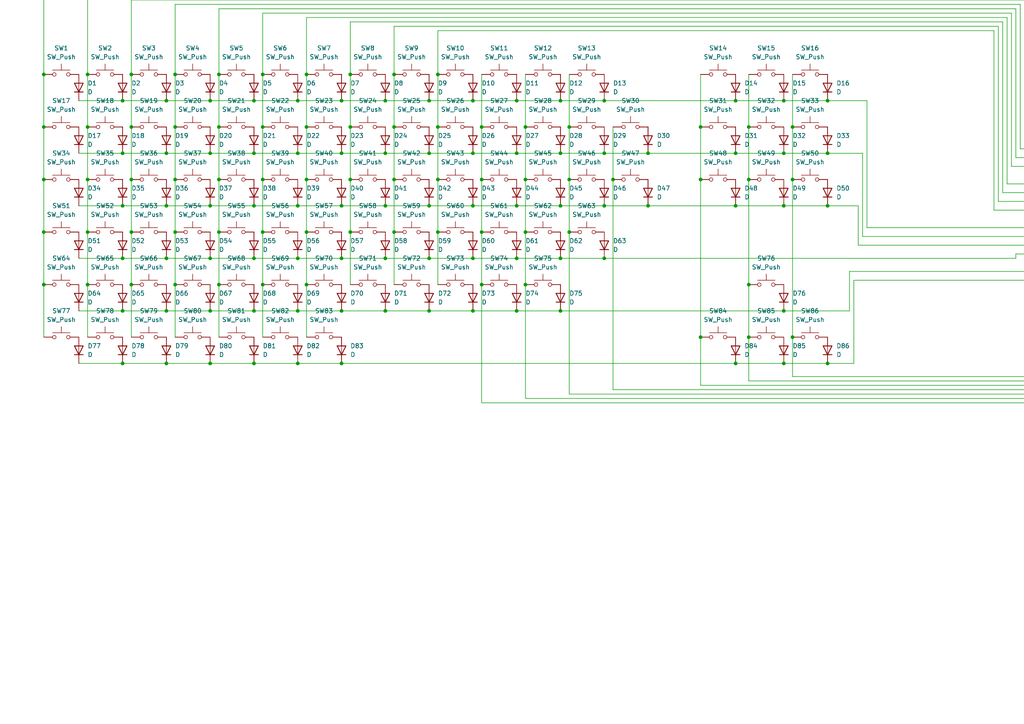
<source format=kicad_sch>
(kicad_sch (version 20231120) (generator "eeschema") (generator_version "8.0")
  (paper "A4")
  (lib_symbols
    (symbol "Device:D" (pin_numbers hide) (pin_names (offset 1.016) hide)
      (property "Reference" "D" (at 0 2.54 0))
      (property "Value" "D" (at 0 -2.54 0))
      (symbol "D_1_1"
        (pin passive line (at -3.81 0 0) (length 2.54) (name "K") (number "1"))
        (pin passive line (at 3.81 0 180) (length 2.54) (name "A") (number "2"))
      )
    )
    (symbol "ScottoKeebs:MCU_Raspberry_Pi_Pico"
      (property "Reference" "U" (at 0 0 0))
      (property "Value" "Raspberry_Pi_Pico" (at 0 27.94 0))
      (symbol "MCU_Raspberry_Pi_Pico_1_1"
        (pin bidirectional line (at -15.24 24.13 0) (length 2.54) (name "GPIO0") (number "1"))
        (pin bidirectional line (at -15.24 1.27 0) (length 2.54) (name "GPIO7") (number "10"))
        (pin bidirectional line (at -15.24 -1.27 0) (length 2.54) (name "GPIO8") (number "11"))
        (pin bidirectional line (at -15.24 -3.81 0) (length 2.54) (name "GPIO9") (number "12"))
        (pin power_in line (at -15.24 -6.35 0) (length 2.54) (name "GND") (number "13"))
        (pin bidirectional line (at -15.24 -8.89 0) (length 2.54) (name "GPIO10") (number "14"))
        (pin bidirectional line (at -15.24 -11.43 0) (length 2.54) (name "GPIO11") (number "15"))
        (pin bidirectional line (at -15.24 -13.97 0) (length 2.54) (name "GPIO12") (number "16"))
        (pin bidirectional line (at -15.24 -16.51 0) (length 2.54) (name "GPIO13") (number "17"))
        (pin power_in line (at -15.24 -19.05 0) (length 2.54) (name "GND") (number "18"))
        (pin bidirectional line (at -15.24 -21.59 0) (length 2.54) (name "GPIO14") (number "19"))
        (pin bidirectional line (at -15.24 21.59 0) (length 2.54) (name "GPIO1") (number "2"))
        (pin bidirectional line (at -15.24 -24.13 0) (length 2.54) (name "GPIO15") (number "20"))
        (pin bidirectional line (at 15.24 -24.13 180) (length 2.54) (name "GPIO16") (number "21"))
        (pin bidirectional line (at 15.24 -21.59 180) (length 2.54) (name "GPIO17") (number "22"))
        (pin power_in line (at 15.24 -19.05 180) (length 2.54) (name "GND") (number "23"))
        (pin bidirectional line (at 15.24 -16.51 180) (length 2.54) (name "GPIO18") (number "24"))
        (pin bidirectional line (at 15.24 -13.97 180) (length 2.54) (name "GPIO19") (number "25"))
        (pin bidirectional line (at 15.24 -11.43 180) (length 2.54) (name "GPIO20") (number "26"))
        (pin bidirectional line (at 15.24 -8.89 180) (length 2.54) (name "GPIO21") (number "27"))
        (pin power_in line (at 15.24 -6.35 180) (length 2.54) (name "GND") (number "28"))
        (pin bidirectional line (at 15.24 -3.81 180) (length 2.54) (name "GPIO22") (number "29"))
        (pin power_in line (at -15.24 19.05 0) (length 2.54) (name "GND") (number "3"))
        (pin input line (at 15.24 -1.27 180) (length 2.54) (name "RUN") (number "30"))
        (pin bidirectional line (at 15.24 1.27 180) (length 2.54) (name "GPIO26_ADC0") (number "31"))
        (pin bidirectional line (at 15.24 3.81 180) (length 2.54) (name "GPIO27_ADC1") (number "32"))
        (pin power_in line (at 15.24 6.35 180) (length 2.54) (name "AGND") (number "33"))
        (pin bidirectional line (at 15.24 8.89 180) (length 2.54) (name "GPIO28_ADC2") (number "34"))
        (pin power_in line (at 15.24 11.43 180) (length 2.54) (name "ADC_VREF") (number "35"))
        (pin power_in line (at 15.24 13.97 180) (length 2.54) (name "3V3") (number "36"))
        (pin input line (at 15.24 16.51 180) (length 2.54) (name "3V3_EN") (number "37"))
        (pin bidirectional line (at 15.24 19.05 180) (length 2.54) (name "GND") (number "38"))
        (pin power_in line (at 15.24 21.59 180) (length 2.54) (name "VSYS") (number "39"))
        (pin bidirectional line (at -15.24 16.51 0) (length 2.54) (name "GPIO2") (number "4"))
        (pin power_in line (at 15.24 24.13 180) (length 2.54) (name "VBUS") (number "40"))
        (pin input line (at -2.54 -29.21 90) (length 2.54) (name "SWCLK") (number "41"))
        (pin power_in line (at 0 -29.21 90) (length 2.54) (name "GND") (number "42"))
        (pin bidirectional line (at 2.54 -29.21 90) (length 2.54) (name "SWDIO") (number "43"))
        (pin bidirectional line (at -15.24 13.97 0) (length 2.54) (name "GPIO3") (number "5"))
        (pin bidirectional line (at -15.24 11.43 0) (length 2.54) (name "GPIO4") (number "6"))
        (pin bidirectional line (at -15.24 8.89 0) (length 2.54) (name "GPIO5") (number "7"))
        (pin power_in line (at -15.24 6.35 0) (length 2.54) (name "GND") (number "8"))
        (pin bidirectional line (at -15.24 3.81 0) (length 2.54) (name "GPIO6") (number "9"))
      )
    )
    (symbol "Switch:SW_Push" (pin_numbers hide) (pin_names (offset 1.016) hide)
      (property "Reference" "SW" (at 1.27 2.54 0))
      (property "Value" "SW_Push" (at 0 -1.524 0))
      (symbol "SW_Push_0_1"
        (pin passive line (at -5.08 0 0) (length 2.54) (name "1") (number "1"))
        (pin passive line (at 5.08 0 180) (length 2.54) (name "2") (number "2"))
      )
    )
  )
  (junction (at 73.66 59.69))
  (junction (at 111.76 90.17))
  (junction (at 63.5 67.31))
  (junction (at 162.56 44.45))
  (junction (at 60.96 74.93))
  (junction (at 48.26 105.41))
  (junction (at 124.46 44.45))
  (junction (at 152.4 67.31))
  (junction (at 227.33 90.17))
  (junction (at 48.26 44.45))
  (junction (at 111.76 29.21))
  (junction (at 162.56 29.21))
  (junction (at 48.26 29.21))
  (junction (at 240.03 44.45))
  (junction (at 99.06 29.21))
  (junction (at 187.96 59.69))
  (junction (at 86.36 29.21))
  (junction (at 137.16 90.17))
  (junction (at 229.87 97.79))
  (junction (at 124.46 59.69))
  (junction (at 73.66 29.21))
  (junction (at 88.9 52.07))
  (junction (at 127 67.31))
  (junction (at 137.16 29.21))
  (junction (at 50.8 82.55))
  (junction (at 48.26 74.93))
  (junction (at 139.7 82.55))
  (junction (at 240.03 59.69))
  (junction (at 124.46 74.93))
  (junction (at 60.96 29.21))
  (junction (at 25.4 82.55))
  (junction (at 101.6 21.59))
  (junction (at 60.96 105.41))
  (junction (at 35.56 90.17))
  (junction (at 187.96 44.45))
  (junction (at 124.46 90.17))
  (junction (at 88.9 36.83))
  (junction (at 124.46 29.21))
  (junction (at 88.9 67.31))
  (junction (at 149.86 90.17))
  (junction (at 60.96 90.17))
  (junction (at 50.8 21.59))
  (junction (at 99.06 59.69))
  (junction (at 111.76 59.69))
  (junction (at 213.36 59.69))
  (junction (at 86.36 44.45))
  (junction (at 25.4 36.83))
  (junction (at 217.17 82.55))
  (junction (at 114.3 52.07))
  (junction (at 152.4 82.55))
  (junction (at 25.4 67.31))
  (junction (at 229.87 52.07))
  (junction (at 139.7 52.07))
  (junction (at 12.7 52.07))
  (junction (at 99.06 105.41))
  (junction (at 149.86 59.69))
  (junction (at 35.56 44.45))
  (junction (at 203.2 36.83))
  (junction (at 99.06 44.45))
  (junction (at 38.1 52.07))
  (junction (at 227.33 105.41))
  (junction (at 101.6 36.83))
  (junction (at 149.86 29.21))
  (junction (at 48.26 59.69))
  (junction (at 38.1 36.83))
  (junction (at 63.5 36.83))
  (junction (at 63.5 82.55))
  (junction (at 73.66 44.45))
  (junction (at 86.36 90.17))
  (junction (at 152.4 36.83))
  (junction (at 227.33 29.21))
  (junction (at 229.87 36.83))
  (junction (at 12.7 67.31))
  (junction (at 99.06 90.17))
  (junction (at 165.1 36.83))
  (junction (at 35.56 105.41))
  (junction (at 76.2 82.55))
  (junction (at 73.66 90.17))
  (junction (at 73.66 74.93))
  (junction (at 213.36 44.45))
  (junction (at 217.17 97.79))
  (junction (at 38.1 67.31))
  (junction (at 240.03 105.41))
  (junction (at 25.4 52.07))
  (junction (at 139.7 36.83))
  (junction (at 48.26 90.17))
  (junction (at 240.03 29.21))
  (junction (at 152.4 52.07))
  (junction (at 60.96 44.45))
  (junction (at 213.36 105.41))
  (junction (at 73.66 105.41))
  (junction (at 35.56 74.93))
  (junction (at 63.5 52.07))
  (junction (at 50.8 36.83))
  (junction (at 76.2 36.83))
  (junction (at 101.6 52.07))
  (junction (at 137.16 59.69))
  (junction (at 76.2 52.07))
  (junction (at 12.7 82.55))
  (junction (at 139.7 67.31))
  (junction (at 25.4 21.59))
  (junction (at 88.9 21.59))
  (junction (at 227.33 59.69))
  (junction (at 177.8 52.07))
  (junction (at 111.76 74.93))
  (junction (at 86.36 74.93))
  (junction (at 114.3 36.83))
  (junction (at 35.56 29.21))
  (junction (at 114.3 21.59))
  (junction (at 165.1 67.31))
  (junction (at 165.1 52.07))
  (junction (at 137.16 44.45))
  (junction (at 203.2 52.07))
  (junction (at 86.36 59.69))
  (junction (at 114.3 67.31))
  (junction (at 175.26 59.69))
  (junction (at 35.56 59.69))
  (junction (at 162.56 90.17))
  (junction (at 149.86 44.45))
  (junction (at 127 21.59))
  (junction (at 60.96 59.69))
  (junction (at 175.26 29.21))
  (junction (at 203.2 97.79))
  (junction (at 175.26 44.45))
  (junction (at 217.17 52.07))
  (junction (at 38.1 21.59))
  (junction (at 227.33 44.45))
  (junction (at 217.17 36.83))
  (junction (at 50.8 67.31))
  (junction (at 213.36 29.21))
  (junction (at 101.6 67.31))
  (junction (at 99.06 74.93))
  (junction (at 162.56 74.93))
  (junction (at 137.16 74.93))
  (junction (at 162.56 59.69))
  (junction (at 149.86 74.93))
  (junction (at 175.26 74.93))
  (junction (at 76.2 21.59))
  (junction (at 12.7 21.59))
  (junction (at 88.9 82.55))
  (junction (at 111.76 44.45))
  (junction (at 86.36 105.41))
  (junction (at 50.8 52.07))
  (junction (at 76.2 67.31))
  (junction (at 12.7 36.83))
  (junction (at 38.1 82.55))
  (junction (at 127 36.83))
  (junction (at 127 52.07))
  (junction (at 63.5 21.59))
  (wire (pts (xy 149.86 90.17) (xy 162.56 90.17)))
  (wire (pts (xy 213.36 105.41) (xy 227.33 105.41)))
  (wire (pts (xy 227.33 44.45) (xy 240.03 44.45)))
  (wire (pts (xy 60.96 90.17) (xy 73.66 90.17)))
  (wire (pts (xy 247.65 81.28) (xy 300.99 81.28)))
  (wire (pts (xy 299.72 -2.54) (xy 299.72 33.02)))
  (wire (pts (xy 38.1 82.55) (xy 38.1 67.31)))
  (wire (pts (xy 139.7 52.07) (xy 139.7 67.31)))
  (wire (pts (xy 137.16 90.17) (xy 149.86 90.17)))
  (wire (pts (xy 76.2 36.83) (xy 76.2 21.59)))
  (wire (pts (xy 165.1 36.83) (xy 165.1 52.07)))
  (wire (pts (xy 289.56 58.42) (xy 300.99 58.42)))
  (wire (pts (xy 88.9 82.55) (xy 88.9 67.31)))
  (wire (pts (xy 162.56 90.17) (xy 227.33 90.17)))
  (wire (pts (xy 165.1 21.59) (xy 165.1 36.83)))
  (wire (pts (xy 99.06 90.17) (xy 111.76 90.17)))
  (wire (pts (xy 124.46 59.69) (xy 137.16 59.69)))
  (wire (pts (xy 203.2 52.07) (xy 203.2 97.79)))
  (wire (pts (xy 162.56 29.21) (xy 175.26 29.21)))
  (wire (pts (xy 299.72 33.02) (xy 300.99 33.02)))
  (wire (pts (xy 247.65 105.41) (xy 247.65 81.28)))
  (wire (pts (xy 50.8 36.83) (xy 50.8 21.59)))
  (wire (pts (xy 297.18 0) (xy 297.18 40.64)))
  (wire (pts (xy 139.7 116.84) (xy 339.09 116.84)))
  (wire (pts (xy 88.9 21.59) (xy 88.9 5.08)))
  (wire (pts (xy 293.37 3.81) (xy 293.37 48.26)))
  (wire (pts (xy 217.17 110.49) (xy 332.74 110.49)))
  (wire (pts (xy 99.06 44.45) (xy 111.76 44.45)))
  (wire (pts (xy 162.56 59.69) (xy 175.26 59.69)))
  (wire (pts (xy 240.03 44.45) (xy 250.19 44.45)))
  (wire (pts (xy 227.33 105.41) (xy 240.03 105.41)))
  (wire (pts (xy 99.06 74.93) (xy 111.76 74.93)))
  (wire (pts (xy 50.8 82.55) (xy 50.8 67.31)))
  (wire (pts (xy 25.4 97.79) (xy 25.4 82.55)))
  (wire (pts (xy 101.6 52.07) (xy 101.6 36.83)))
  (wire (pts (xy 175.26 59.69) (xy 187.96 59.69)))
  (wire (pts (xy 139.7 82.55) (xy 139.7 116.84)))
  (wire (pts (xy 114.3 21.59) (xy 114.3 7.62)))
  (wire (pts (xy 88.9 52.07) (xy 88.9 36.83)))
  (wire (pts (xy 73.66 44.45) (xy 86.36 44.45)))
  (wire (pts (xy 48.26 90.17) (xy 60.96 90.17)))
  (wire (pts (xy 35.56 59.69) (xy 48.26 59.69)))
  (wire (pts (xy 35.56 44.45) (xy 48.26 44.45)))
  (wire (pts (xy 86.36 105.41) (xy 99.06 105.41)))
  (wire (pts (xy 114.3 67.31) (xy 114.3 52.07)))
  (wire (pts (xy 99.06 29.21) (xy 111.76 29.21)))
  (wire (pts (xy 48.26 74.93) (xy 60.96 74.93)))
  (wire (pts (xy 35.56 90.17) (xy 48.26 90.17)))
  (wire (pts (xy 152.4 52.07) (xy 152.4 67.31)))
  (wire (pts (xy 22.86 90.17) (xy 35.56 90.17)))
  (wire (pts (xy 288.29 60.96) (xy 300.99 60.96)))
  (wire (pts (xy 339.09 60.96) (xy 339.09 116.84)))
  (wire (pts (xy 73.66 59.69) (xy 86.36 59.69)))
  (wire (pts (xy 139.7 67.31) (xy 139.7 82.55)))
  (wire (pts (xy 25.4 52.07) (xy 25.4 36.83)))
  (wire (pts (xy 229.87 21.59) (xy 229.87 36.83)))
  (wire (pts (xy 48.26 59.69) (xy 60.96 59.69)))
  (wire (pts (xy 38.1 0) (xy 297.18 0)))
  (wire (pts (xy 25.4 36.83) (xy 25.4 21.59)))
  (wire (pts (xy 124.46 74.93) (xy 137.16 74.93)))
  (wire (pts (xy 337.82 66.04) (xy 331.47 66.04)))
  (wire (pts (xy 114.3 82.55) (xy 114.3 67.31)))
  (wire (pts (xy 60.96 44.45) (xy 73.66 44.45)))
  (wire (pts (xy 295.91 43.18) (xy 300.99 43.18)))
  (wire (pts (xy 162.56 44.45) (xy 175.26 44.45)))
  (wire (pts (xy 48.26 105.41) (xy 60.96 105.41)))
  (wire (pts (xy 101.6 6.35) (xy 290.83 6.35)))
  (wire (pts (xy 165.1 52.07) (xy 165.1 67.31)))
  (wire (pts (xy 335.28 71.12) (xy 331.47 71.12)))
  (wire (pts (xy 25.4 82.55) (xy 25.4 67.31)))
  (wire (pts (xy 227.33 59.69) (xy 240.03 59.69)))
  (wire (pts (xy 48.26 29.21) (xy 60.96 29.21)))
  (wire (pts (xy 187.96 59.69) (xy 213.36 59.69)))
  (wire (pts (xy 203.2 97.79) (xy 203.2 111.76)))
  (wire (pts (xy 127 36.83) (xy 127 21.59)))
  (wire (pts (xy 294.64 45.72) (xy 300.99 45.72)))
  (wire (pts (xy 35.56 29.21) (xy 48.26 29.21)))
  (wire (pts (xy 60.96 105.41) (xy 73.66 105.41)))
  (wire (pts (xy 203.2 36.83) (xy 203.2 52.07)))
  (wire (pts (xy 217.17 36.83) (xy 217.17 52.07)))
  (wire (pts (xy 88.9 97.79) (xy 88.9 82.55)))
  (wire (pts (xy 60.96 59.69) (xy 73.66 59.69)))
  (wire (pts (xy 250.19 44.45) (xy 250.19 68.58)))
  (wire (pts (xy 127 82.55) (xy 127 67.31)))
  (wire (pts (xy 229.87 36.83) (xy 229.87 52.07)))
  (wire (pts (xy 336.55 114.3) (xy 336.55 68.58)))
  (wire (pts (xy 152.4 67.31) (xy 152.4 82.55)))
  (wire (pts (xy 35.56 105.41) (xy 48.26 105.41)))
  (wire (pts (xy 12.7 36.83) (xy 12.7 21.59)))
  (wire (pts (xy 332.74 110.49) (xy 332.74 78.74)))
  (wire (pts (xy 111.76 90.17) (xy 124.46 90.17)))
  (wire (pts (xy 217.17 82.55) (xy 217.17 97.79)))
  (wire (pts (xy 149.86 59.69) (xy 162.56 59.69)))
  (wire (pts (xy 12.7 97.79) (xy 12.7 82.55)))
  (wire (pts (xy 63.5 36.83) (xy 63.5 21.59)))
  (wire (pts (xy 229.87 97.79) (xy 229.87 109.22)))
  (wire (pts (xy 227.33 29.21) (xy 240.03 29.21)))
  (wire (pts (xy 152.4 21.59) (xy 152.4 36.83)))
  (wire (pts (xy 213.36 44.45) (xy 227.33 44.45)))
  (wire (pts (xy 334.01 73.66) (xy 331.47 73.66)))
  (wire (pts (xy 139.7 36.83) (xy 139.7 52.07)))
  (wire (pts (xy 152.4 82.55) (xy 152.4 115.57)))
  (wire (pts (xy 73.66 90.17) (xy 86.36 90.17)))
  (wire (pts (xy 25.4 67.31) (xy 25.4 52.07)))
  (wire (pts (xy 298.45 35.56) (xy 300.99 35.56)))
  (wire (pts (xy 76.2 97.79) (xy 76.2 82.55)))
  (wire (pts (xy 335.28 113.03) (xy 335.28 71.12)))
  (wire (pts (xy 76.2 3.81) (xy 293.37 3.81)))
  (wire (pts (xy 203.2 111.76) (xy 334.01 111.76)))
  (wire (pts (xy 73.66 74.93) (xy 86.36 74.93)))
  (wire (pts (xy 99.06 59.69) (xy 111.76 59.69)))
  (wire (pts (xy 38.1 97.79) (xy 38.1 82.55)))
  (wire (pts (xy 114.3 7.62) (xy 289.56 7.62)))
  (wire (pts (xy 73.66 29.21) (xy 86.36 29.21)))
  (wire (pts (xy 297.18 40.64) (xy 300.99 40.64)))
  (wire (pts (xy 124.46 90.17) (xy 137.16 90.17)))
  (wire (pts (xy 35.56 74.93) (xy 48.26 74.93)))
  (wire (pts (xy 288.29 8.89) (xy 288.29 60.96)))
  (wire (pts (xy 12.7 21.59) (xy 12.7 -2.54)))
  (wire (pts (xy 294.64 73.66) (xy 300.99 73.66)))
  (wire (pts (xy 99.06 105.41) (xy 213.36 105.41)))
  (wire (pts (xy 25.4 -1.27) (xy 298.45 -1.27)))
  (wire (pts (xy 292.1 53.34) (xy 300.99 53.34)))
  (wire (pts (xy 217.17 21.59) (xy 217.17 36.83)))
  (wire (pts (xy 63.5 82.55) (xy 63.5 67.31)))
  (wire (pts (xy 101.6 82.55) (xy 101.6 67.31)))
  (wire (pts (xy 73.66 105.41) (xy 86.36 105.41)))
  (wire (pts (xy 213.36 59.69) (xy 227.33 59.69)))
  (wire (pts (xy 152.4 36.83) (xy 152.4 52.07)))
  (wire (pts (xy 137.16 29.21) (xy 149.86 29.21)))
  (wire (pts (xy 227.33 90.17) (xy 246.38 90.17)))
  (wire (pts (xy 177.8 36.83) (xy 177.8 52.07)))
  (wire (pts (xy 111.76 29.21) (xy 124.46 29.21)))
  (wire (pts (xy 38.1 36.83) (xy 38.1 21.59)))
  (wire (pts (xy 12.7 67.31) (xy 12.7 52.07)))
  (wire (pts (xy 331.47 109.22) (xy 331.47 81.28)))
  (wire (pts (xy 294.64 2.54) (xy 294.64 45.72)))
  (wire (pts (xy 246.38 90.17) (xy 246.38 78.74)))
  (wire (pts (xy 22.86 105.41) (xy 35.56 105.41)))
  (wire (pts (xy 175.26 44.45) (xy 187.96 44.45)))
  (wire (pts (xy 127 21.59) (xy 127 8.89)))
  (wire (pts (xy 86.36 90.17) (xy 99.06 90.17)))
  (wire (pts (xy 63.5 97.79) (xy 63.5 82.55)))
  (wire (pts (xy 240.03 59.69) (xy 248.92 59.69)))
  (wire (pts (xy 76.2 82.55) (xy 76.2 67.31)))
  (wire (pts (xy 22.86 29.21) (xy 35.56 29.21)))
  (wire (pts (xy 12.7 52.07) (xy 12.7 36.83)))
  (wire (pts (xy 86.36 44.45) (xy 99.06 44.45)))
  (wire (pts (xy 251.46 66.04) (xy 300.99 66.04)))
  (wire (pts (xy 38.1 21.59) (xy 38.1 0)))
  (wire (pts (xy 240.03 29.21) (xy 251.46 29.21)))
  (wire (pts (xy 294.64 74.93) (xy 175.26 74.93)))
  (wire (pts (xy 60.96 74.93) (xy 73.66 74.93)))
  (wire (pts (xy 295.91 1.27) (xy 295.91 43.18)))
  (wire (pts (xy 86.36 59.69) (xy 99.06 59.69)))
  (wire (pts (xy 152.4 115.57) (xy 337.82 115.57)))
  (wire (pts (xy 337.82 66.04) (xy 337.82 115.57)))
  (wire (pts (xy 217.17 97.79) (xy 217.17 110.49)))
  (wire (pts (xy 203.2 21.59) (xy 203.2 36.83)))
  (wire (pts (xy 294.64 73.66) (xy 294.64 74.93)))
  (wire (pts (xy 289.56 7.62) (xy 289.56 58.42)))
  (wire (pts (xy 149.86 29.21) (xy 162.56 29.21)))
  (wire (pts (xy 293.37 48.26) (xy 300.99 48.26)))
  (wire (pts (xy 334.01 111.76) (xy 334.01 73.66)))
  (wire (pts (xy 175.26 29.21) (xy 213.36 29.21)))
  (wire (pts (xy 63.5 52.07) (xy 63.5 36.83)))
  (wire (pts (xy 217.17 52.07) (xy 217.17 82.55)))
  (wire (pts (xy 177.8 113.03) (xy 335.28 113.03)))
  (wire (pts (xy 149.86 74.93) (xy 162.56 74.93)))
  (wire (pts (xy 137.16 44.45) (xy 149.86 44.45)))
  (wire (pts (xy 88.9 5.08) (xy 292.1 5.08)))
  (wire (pts (xy 240.03 105.41) (xy 247.65 105.41)))
  (wire (pts (xy 149.86 44.45) (xy 162.56 44.45)))
  (wire (pts (xy 86.36 74.93) (xy 99.06 74.93)))
  (wire (pts (xy 127 8.89) (xy 288.29 8.89)))
  (wire (pts (xy 76.2 21.59) (xy 76.2 3.81)))
  (wire (pts (xy 63.5 67.31) (xy 63.5 52.07)))
  (wire (pts (xy 248.92 59.69) (xy 248.92 71.12)))
  (wire (pts (xy 111.76 44.45) (xy 124.46 44.45)))
  (wire (pts (xy 25.4 21.59) (xy 25.4 -1.27)))
  (wire (pts (xy 22.86 44.45) (xy 35.56 44.45)))
  (wire (pts (xy 246.38 78.74) (xy 300.99 78.74)))
  (wire (pts (xy 63.5 2.54) (xy 294.64 2.54)))
  (wire (pts (xy 22.86 74.93) (xy 35.56 74.93)))
  (wire (pts (xy 139.7 21.59) (xy 139.7 36.83)))
  (wire (pts (xy 251.46 29.21) (xy 251.46 66.04)))
  (wire (pts (xy 298.45 -1.27) (xy 298.45 35.56)))
  (wire (pts (xy 38.1 52.07) (xy 38.1 36.83)))
  (wire (pts (xy 86.36 29.21) (xy 99.06 29.21)))
  (wire (pts (xy 111.76 59.69) (xy 124.46 59.69)))
  (wire (pts (xy 127 67.31) (xy 127 52.07)))
  (wire (pts (xy 101.6 67.31) (xy 101.6 52.07)))
  (wire (pts (xy 60.96 29.21) (xy 73.66 29.21)))
  (wire (pts (xy 22.86 59.69) (xy 35.56 59.69)))
  (wire (pts (xy 50.8 52.07) (xy 50.8 36.83)))
  (wire (pts (xy 101.6 36.83) (xy 101.6 21.59)))
  (wire (pts (xy 137.16 59.69) (xy 149.86 59.69)))
  (wire (pts (xy 88.9 36.83) (xy 88.9 21.59)))
  (wire (pts (xy 12.7 -2.54) (xy 299.72 -2.54)))
  (wire (pts (xy 48.26 44.45) (xy 60.96 44.45)))
  (wire (pts (xy 88.9 67.31) (xy 88.9 52.07)))
  (wire (pts (xy 50.8 21.59) (xy 50.8 1.27)))
  (wire (pts (xy 38.1 67.31) (xy 38.1 52.07)))
  (wire (pts (xy 250.19 68.58) (xy 300.99 68.58)))
  (wire (pts (xy 114.3 36.83) (xy 114.3 21.59)))
  (wire (pts (xy 76.2 67.31) (xy 76.2 52.07)))
  (wire (pts (xy 229.87 52.07) (xy 229.87 97.79)))
  (wire (pts (xy 12.7 82.55) (xy 12.7 67.31)))
  (wire (pts (xy 290.83 6.35) (xy 290.83 55.88)))
  (wire (pts (xy 101.6 21.59) (xy 101.6 6.35)))
  (wire (pts (xy 111.76 74.93) (xy 124.46 74.93)))
  (wire (pts (xy 290.83 55.88) (xy 300.99 55.88)))
  (wire (pts (xy 63.5 21.59) (xy 63.5 2.54)))
  (wire (pts (xy 248.92 71.12) (xy 300.99 71.12)))
  (wire (pts (xy 339.09 60.96) (xy 331.47 60.96)))
  (wire (pts (xy 127 52.07) (xy 127 36.83)))
  (wire (pts (xy 165.1 114.3) (xy 336.55 114.3)))
  (wire (pts (xy 124.46 44.45) (xy 137.16 44.45)))
  (wire (pts (xy 50.8 97.79) (xy 50.8 82.55)))
  (wire (pts (xy 177.8 52.07) (xy 177.8 113.03)))
  (wire (pts (xy 229.87 109.22) (xy 331.47 109.22)))
  (wire (pts (xy 187.96 44.45) (xy 213.36 44.45)))
  (wire (pts (xy 114.3 52.07) (xy 114.3 36.83)))
  (wire (pts (xy 50.8 67.31) (xy 50.8 52.07)))
  (wire (pts (xy 165.1 67.31) (xy 165.1 114.3)))
  (wire (pts (xy 213.36 29.21) (xy 227.33 29.21)))
  (wire (pts (xy 292.1 5.08) (xy 292.1 53.34)))
  (wire (pts (xy 50.8 1.27) (xy 295.91 1.27)))
  (wire (pts (xy 76.2 52.07) (xy 76.2 36.83)))
  (wire (pts (xy 124.46 29.21) (xy 137.16 29.21)))
  (wire (pts (xy 336.55 68.58) (xy 331.47 68.58)))
  (wire (pts (xy 162.56 74.93) (xy 175.26 74.93)))
  (wire (pts (xy 332.74 78.74) (xy 331.47 78.74)))
  (wire (pts (xy 137.16 74.93) (xy 149.86 74.93)))
  (symbol (lib_id "Switch:SW_Push") (at 234.95 52.07 0) (unit 1)
    (property "Reference" "SW50" (at 234.95 44.45 0))
    (property "Value" "SW_Push" (at 234.95 46.99 0))
    (property "Footprint" "Button_Switch_Keyboard:SW_Cherry_MX_1.00u_PCB" (effects (hide yes)))
    (property "Description" "Push button switch, generic, two pins" (effects (hide yes)))
  )
  (symbol (lib_id "Switch:SW_Push") (at 55.88 97.79 0) (unit 1)
    (property "Reference" "SW80" (at 55.88 90.17 0))
    (property "Value" "SW_Push" (at 55.88 92.71 0))
    (property "Footprint" "Button_Switch_Keyboard:SW_Cherry_MX_6.25u_PCB" (effects (hide yes)))
    (property "Description" "Push button switch, generic, two pins" (effects (hide yes)))
  )
  (symbol (lib_id "Device:D") (at 175.26 25.4 90) (unit 1)
    (property "Reference" "D13" (at 177.8 24.1299 90) (effects (justify right)))
    (property "Value" "D" (at 177.8 26.6699 90) (effects (justify right)))
    (property "Footprint" "Diode_THT:D_DO-35_SOD27_P7.62mm_Horizontal" (effects (hide yes)))
    (property "Description" "Diode" (effects (hide yes)))
    (property "Sim.Device" "D" (effects (hide yes)))
    (property "Sim.Pins" "1=K 2=A" (effects (hide yes)))
  )
  (symbol (lib_id "Device:D") (at 86.36 71.12 90) (unit 1)
    (property "Reference" "D56" (at 88.9 69.8499 90) (effects (justify right)))
    (property "Value" "D" (at 88.9 72.3899 90) (effects (justify right)))
    (property "Footprint" "Diode_THT:D_DO-35_SOD27_P7.62mm_Horizontal" (effects (hide yes)))
    (property "Description" "Diode" (effects (hide yes)))
    (property "Sim.Device" "D" (effects (hide yes)))
    (property "Sim.Pins" "1=K 2=A" (effects (hide yes)))
  )
  (symbol (lib_id "Device:D") (at 187.96 55.88 90) (unit 1)
    (property "Reference" "D47" (at 190.5 54.6099 90) (effects (justify right)))
    (property "Value" "D" (at 190.5 57.1499 90) (effects (justify right)))
    (property "Footprint" "Diode_THT:D_DO-35_SOD27_P7.62mm_Horizontal" (effects (hide yes)))
    (property "Description" "Diode" (effects (hide yes)))
    (property "Sim.Device" "D" (effects (hide yes)))
    (property "Sim.Pins" "1=K 2=A" (effects (hide yes)))
  )
  (symbol (lib_id "Switch:SW_Push") (at 144.78 21.59 0) (unit 1)
    (property "Reference" "SW11" (at 144.78 13.97 0))
    (property "Value" "SW_Push" (at 144.78 16.51 0))
    (property "Footprint" "Button_Switch_Keyboard:SW_Cherry_MX_1.00u_PCB" (effects (hide yes)))
    (property "Description" "Push button switch, generic, two pins" (effects (hide yes)))
  )
  (symbol (lib_id "Switch:SW_Push") (at 144.78 82.55 0) (unit 1)
    (property "Reference" "SW74" (at 144.78 74.93 0))
    (property "Value" "SW_Push" (at 144.78 77.47 0))
    (property "Footprint" "Button_Switch_Keyboard:SW_Cherry_MX_1.00u_PCB" (effects (hide yes)))
    (property "Description" "Push button switch, generic, two pins" (effects (hide yes)))
  )
  (symbol (lib_id "Switch:SW_Push") (at 55.88 52.07 0) (unit 1)
    (property "Reference" "SW37" (at 55.88 44.45 0))
    (property "Value" "SW_Push" (at 55.88 46.99 0))
    (property "Footprint" "Button_Switch_Keyboard:SW_Cherry_MX_1.00u_PCB" (effects (hide yes)))
    (property "Description" "Push button switch, generic, two pins" (effects (hide yes)))
  )
  (symbol (lib_id "Switch:SW_Push") (at 30.48 36.83 0) (unit 1)
    (property "Reference" "SW18" (at 30.48 29.21 0))
    (property "Value" "SW_Push" (at 30.48 31.75 0))
    (property "Footprint" "Button_Switch_Keyboard:SW_Cherry_MX_1.00u_PCB" (effects (hide yes)))
    (property "Description" "Push button switch, generic, two pins" (effects (hide yes)))
  )
  (symbol (lib_id "Switch:SW_Push") (at 106.68 67.31 0) (unit 1)
    (property "Reference" "SW58" (at 106.68 59.69 0))
    (property "Value" "SW_Push" (at 106.68 62.23 0))
    (property "Footprint" "Button_Switch_Keyboard:SW_Cherry_MX_1.00u_PCB" (effects (hide yes)))
    (property "Description" "Push button switch, generic, two pins" (effects (hide yes)))
  )
  (symbol (lib_id "Device:D") (at 99.06 25.4 90) (unit 1)
    (property "Reference" "D7" (at 101.6 24.1299 90) (effects (justify right)))
    (property "Value" "D" (at 101.6 26.6699 90) (effects (justify right)))
    (property "Footprint" "Diode_THT:D_DO-35_SOD27_P7.62mm_Horizontal" (effects (hide yes)))
    (property "Description" "Diode" (effects (hide yes)))
    (property "Sim.Device" "D" (effects (hide yes)))
    (property "Sim.Pins" "1=K 2=A" (effects (hide yes)))
  )
  (symbol (lib_id "Switch:SW_Push") (at 81.28 36.83 0) (unit 1)
    (property "Reference" "SW22" (at 81.28 29.21 0))
    (property "Value" "SW_Push" (at 81.28 31.75 0))
    (property "Footprint" "Button_Switch_Keyboard:SW_Cherry_MX_1.00u_PCB" (effects (hide yes)))
    (property "Description" "Push button switch, generic, two pins" (effects (hide yes)))
  )
  (symbol (lib_id "Device:D") (at 99.06 40.64 90) (unit 1)
    (property "Reference" "D23" (at 101.6 39.3699 90) (effects (justify right)))
    (property "Value" "D" (at 101.6 41.9099 90) (effects (justify right)))
    (property "Footprint" "Diode_THT:D_DO-35_SOD27_P7.62mm_Horizontal" (effects (hide yes)))
    (property "Description" "Diode" (effects (hide yes)))
    (property "Sim.Device" "D" (effects (hide yes)))
    (property "Sim.Pins" "1=K 2=A" (effects (hide yes)))
  )
  (symbol (lib_id "Device:D") (at 48.26 55.88 90) (unit 1)
    (property "Reference" "D36" (at 50.8 54.6099 90) (effects (justify right)))
    (property "Value" "D" (at 50.8 57.1499 90) (effects (justify right)))
    (property "Footprint" "Diode_THT:D_DO-35_SOD27_P7.62mm_Horizontal" (effects (hide yes)))
    (property "Description" "Diode" (effects (hide yes)))
    (property "Sim.Device" "D" (effects (hide yes)))
    (property "Sim.Pins" "1=K 2=A" (effects (hide yes)))
  )
  (symbol (lib_id "Device:D") (at 149.86 55.88 90) (unit 1)
    (property "Reference" "D44" (at 152.4 54.6099 90) (effects (justify right)))
    (property "Value" "D" (at 152.4 57.1499 90) (effects (justify right)))
    (property "Footprint" "Diode_THT:D_DO-35_SOD27_P7.62mm_Horizontal" (effects (hide yes)))
    (property "Description" "Diode" (effects (hide yes)))
    (property "Sim.Device" "D" (effects (hide yes)))
    (property "Sim.Pins" "1=K 2=A" (effects (hide yes)))
  )
  (symbol (lib_id "Switch:SW_Push") (at 81.28 97.79 0) (unit 1)
    (property "Reference" "SW82" (at 81.28 90.17 0))
    (property "Value" "SW_Push" (at 81.28 92.71 0))
    (property "Footprint" "Button_Switch_Keyboard:SW_Cherry_MX_1.50u_PCB" (effects (hide yes)))
    (property "Description" "Push button switch, generic, two pins" (effects (hide yes)))
  )
  (symbol (lib_id "Switch:SW_Push") (at 68.58 21.59 0) (unit 1)
    (property "Reference" "SW5" (at 68.58 13.97 0))
    (property "Value" "SW_Push" (at 68.58 16.51 0))
    (property "Footprint" "Button_Switch_Keyboard:SW_Cherry_MX_1.00u_PCB" (effects (hide yes)))
    (property "Description" "Push button switch, generic, two pins" (effects (hide yes)))
  )
  (symbol (lib_id "Switch:SW_Push") (at 93.98 67.31 0) (unit 1)
    (property "Reference" "SW57" (at 93.98 59.69 0))
    (property "Value" "SW_Push" (at 93.98 62.23 0))
    (property "Footprint" "Button_Switch_Keyboard:SW_Cherry_MX_1.00u_PCB" (effects (hide yes)))
    (property "Description" "Push button switch, generic, two pins" (effects (hide yes)))
  )
  (symbol (lib_id "Switch:SW_Push") (at 81.28 82.55 0) (unit 1)
    (property "Reference" "SW69" (at 81.28 74.93 0))
    (property "Value" "SW_Push" (at 81.28 77.47 0))
    (property "Footprint" "Button_Switch_Keyboard:SW_Cherry_MX_1.00u_PCB" (effects (hide yes)))
    (property "Description" "Push button switch, generic, two pins" (effects (hide yes)))
  )
  (symbol (lib_id "Device:D") (at 73.66 86.36 90) (unit 1)
    (property "Reference" "D68" (at 76.2 85.0899 90) (effects (justify right)))
    (property "Value" "D" (at 76.2 87.6299 90) (effects (justify right)))
    (property "Footprint" "Diode_THT:D_DO-35_SOD27_P7.62mm_Horizontal" (effects (hide yes)))
    (property "Description" "Diode" (effects (hide yes)))
    (property "Sim.Device" "D" (effects (hide yes)))
    (property "Sim.Pins" "1=K 2=A" (effects (hide yes)))
  )
  (symbol (lib_id "Switch:SW_Push") (at 17.78 52.07 0) (unit 1)
    (property "Reference" "SW34" (at 17.78 44.45 0))
    (property "Value" "SW_Push" (at 17.78 46.99 0))
    (property "Footprint" "Button_Switch_Keyboard:SW_Cherry_MX_1.50u_PCB" (effects (hide yes)))
    (property "Description" "Push button switch, generic, two pins" (effects (hide yes)))
  )
  (symbol (lib_id "Switch:SW_Push") (at 68.58 67.31 0) (unit 1)
    (property "Reference" "SW55" (at 68.58 59.69 0))
    (property "Value" "SW_Push" (at 68.58 62.23 0))
    (property "Footprint" "Button_Switch_Keyboard:SW_Cherry_MX_1.00u_PCB" (effects (hide yes)))
    (property "Description" "Push button switch, generic, two pins" (effects (hide yes)))
  )
  (symbol (lib_id "Device:D") (at 162.56 25.4 90) (unit 1)
    (property "Reference" "D12" (at 165.1 24.1299 90) (effects (justify right)))
    (property "Value" "D" (at 165.1 26.6699 90) (effects (justify right)))
    (property "Footprint" "Diode_THT:D_DO-35_SOD27_P7.62mm_Horizontal" (effects (hide yes)))
    (property "Description" "Diode" (effects (hide yes)))
    (property "Sim.Device" "D" (effects (hide yes)))
    (property "Sim.Pins" "1=K 2=A" (effects (hide yes)))
  )
  (symbol (lib_id "Switch:SW_Push") (at 43.18 52.07 0) (unit 1)
    (property "Reference" "SW36" (at 43.18 44.45 0))
    (property "Value" "SW_Push" (at 43.18 46.99 0))
    (property "Footprint" "Button_Switch_Keyboard:SW_Cherry_MX_1.00u_PCB" (effects (hide yes)))
    (property "Description" "Push button switch, generic, two pins" (effects (hide yes)))
  )
  (symbol (lib_id "Switch:SW_Push") (at 30.48 82.55 0) (unit 1)
    (property "Reference" "SW65" (at 30.48 74.93 0))
    (property "Value" "SW_Push" (at 30.48 77.47 0))
    (property "Footprint" "Button_Switch_Keyboard:SW_Cherry_MX_1.00u_PCB" (effects (hide yes)))
    (property "Description" "Push button switch, generic, two pins" (effects (hide yes)))
  )
  (symbol (lib_id "Switch:SW_Push") (at 170.18 67.31 0) (unit 1)
    (property "Reference" "SW63" (at 170.18 59.69 0))
    (property "Value" "SW_Push" (at 170.18 62.23 0))
    (property "Footprint" "Button_Switch_Keyboard:SW_Cherry_MX_2.25u_PCB" (effects (hide yes)))
    (property "Description" "Push button switch, generic, two pins" (effects (hide yes)))
  )
  (symbol (lib_id "Switch:SW_Push") (at 106.68 82.55 0) (unit 1)
    (property "Reference" "SW71" (at 106.68 74.93 0))
    (property "Value" "SW_Push" (at 106.68 77.47 0))
    (property "Footprint" "Button_Switch_Keyboard:SW_Cherry_MX_1.00u_PCB" (effects (hide yes)))
    (property "Description" "Push button switch, generic, two pins" (effects (hide yes)))
  )
  (symbol (lib_id "Device:D") (at 213.36 55.88 90) (unit 1)
    (property "Reference" "D48" (at 215.9 54.6099 90) (effects (justify right)))
    (property "Value" "D" (at 215.9 57.1499 90) (effects (justify right)))
    (property "Footprint" "Diode_THT:D_DO-35_SOD27_P7.62mm_Horizontal" (effects (hide yes)))
    (property "Description" "Diode" (effects (hide yes)))
    (property "Sim.Device" "D" (effects (hide yes)))
    (property "Sim.Pins" "1=K 2=A" (effects (hide yes)))
  )
  (symbol (lib_id "Switch:SW_Push") (at 17.78 97.79 0) (unit 1)
    (property "Reference" "SW77" (at 17.78 90.17 0))
    (property "Value" "SW_Push" (at 17.78 92.71 0))
    (property "Footprint" "Button_Switch_Keyboard:SW_Cherry_MX_1.50u_PCB" (effects (hide yes)))
    (property "Description" "Push button switch, generic, two pins" (effects (hide yes)))
  )
  (symbol (lib_id "Switch:SW_Push") (at 119.38 52.07 0) (unit 1)
    (property "Reference" "SW42" (at 119.38 44.45 0))
    (property "Value" "SW_Push" (at 119.38 46.99 0))
    (property "Footprint" "Button_Switch_Keyboard:SW_Cherry_MX_1.00u_PCB" (effects (hide yes)))
    (property "Description" "Push button switch, generic, two pins" (effects (hide yes)))
  )
  (symbol (lib_id "Device:D") (at 111.76 25.4 90) (unit 1)
    (property "Reference" "D8" (at 114.3 24.1299 90) (effects (justify right)))
    (property "Value" "D" (at 114.3 26.6699 90) (effects (justify right)))
    (property "Footprint" "Diode_THT:D_DO-35_SOD27_P7.62mm_Horizontal" (effects (hide yes)))
    (property "Description" "Diode" (effects (hide yes)))
    (property "Sim.Device" "D" (effects (hide yes)))
    (property "Sim.Pins" "1=K 2=A" (effects (hide yes)))
  )
  (symbol (lib_id "Device:D") (at 35.56 25.4 90) (unit 1)
    (property "Reference" "D2" (at 38.1 24.1299 90) (effects (justify right)))
    (property "Value" "D" (at 38.1 26.6699 90) (effects (justify right)))
    (property "Footprint" "Diode_THT:D_DO-35_SOD27_P7.62mm_Horizontal" (effects (hide yes)))
    (property "Description" "Diode" (effects (hide yes)))
    (property "Sim.Device" "D" (effects (hide yes)))
    (property "Sim.Pins" "1=K 2=A" (effects (hide yes)))
  )
  (symbol (lib_id "Switch:SW_Push") (at 43.18 36.83 0) (unit 1)
    (property "Reference" "SW19" (at 43.18 29.21 0))
    (property "Value" "SW_Push" (at 43.18 31.75 0))
    (property "Footprint" "Button_Switch_Keyboard:SW_Cherry_MX_1.00u_PCB" (effects (hide yes)))
    (property "Description" "Push button switch, generic, two pins" (effects (hide yes)))
  )
  (symbol (lib_id "Switch:SW_Push") (at 144.78 67.31 0) (unit 1)
    (property "Reference" "SW61" (at 144.78 59.69 0))
    (property "Value" "SW_Push" (at 144.78 62.23 0))
    (property "Footprint" "Button_Switch_Keyboard:SW_Cherry_MX_1.00u_PCB" (effects (hide yes)))
    (property "Description" "Push button switch, generic, two pins" (effects (hide yes)))
  )
  (symbol (lib_id "Device:D") (at 35.56 40.64 90) (unit 1)
    (property "Reference" "D18" (at 38.1 39.3699 90) (effects (justify right)))
    (property "Value" "D" (at 38.1 41.9099 90) (effects (justify right)))
    (property "Footprint" "Diode_THT:D_DO-35_SOD27_P7.62mm_Horizontal" (effects (hide yes)))
    (property "Description" "Diode" (effects (hide yes)))
    (property "Sim.Device" "D" (effects (hide yes)))
    (property "Sim.Pins" "1=K 2=A" (effects (hide yes)))
  )
  (symbol (lib_id "Device:D") (at 124.46 55.88 90) (unit 1)
    (property "Reference" "D42" (at 127 54.6099 90) (effects (justify right)))
    (property "Value" "D" (at 127 57.1499 90) (effects (justify right)))
    (property "Footprint" "Diode_THT:D_DO-35_SOD27_P7.62mm_Horizontal" (effects (hide yes)))
    (property "Description" "Diode" (effects (hide yes)))
    (property "Sim.Device" "D" (effects (hide yes)))
    (property "Sim.Pins" "1=K 2=A" (effects (hide yes)))
  )
  (symbol (lib_id "Device:D") (at 227.33 55.88 90) (unit 1)
    (property "Reference" "D49" (at 229.87 54.6099 90) (effects (justify right)))
    (property "Value" "D" (at 229.87 57.1499 90) (effects (justify right)))
    (property "Footprint" "Diode_THT:D_DO-35_SOD27_P7.62mm_Horizontal" (effects (hide yes)))
    (property "Description" "Diode" (effects (hide yes)))
    (property "Sim.Device" "D" (effects (hide yes)))
    (property "Sim.Pins" "1=K 2=A" (effects (hide yes)))
  )
  (symbol (lib_id "Device:D") (at 35.56 86.36 90) (unit 1)
    (property "Reference" "D65" (at 38.1 85.0899 90) (effects (justify right)))
    (property "Value" "D" (at 38.1 87.6299 90) (effects (justify right)))
    (property "Footprint" "Diode_THT:D_DO-35_SOD27_P7.62mm_Horizontal" (effects (hide yes)))
    (property "Description" "Diode" (effects (hide yes)))
    (property "Sim.Device" "D" (effects (hide yes)))
    (property "Sim.Pins" "1=K 2=A" (effects (hide yes)))
  )
  (symbol (lib_id "Device:D") (at 162.56 55.88 90) (unit 1)
    (property "Reference" "D45" (at 165.1 54.6099 90) (effects (justify right)))
    (property "Value" "D" (at 165.1 57.1499 90) (effects (justify right)))
    (property "Footprint" "Diode_THT:D_DO-35_SOD27_P7.62mm_Horizontal" (effects (hide yes)))
    (property "Description" "Diode" (effects (hide yes)))
    (property "Sim.Device" "D" (effects (hide yes)))
    (property "Sim.Pins" "1=K 2=A" (effects (hide yes)))
  )
  (symbol (lib_id "Device:D") (at 175.26 55.88 90) (unit 1)
    (property "Reference" "D46" (at 177.8 54.6099 90) (effects (justify right)))
    (property "Value" "D" (at 177.8 57.1499 90) (effects (justify right)))
    (property "Footprint" "Diode_THT:D_DO-35_SOD27_P7.62mm_Horizontal" (effects (hide yes)))
    (property "Description" "Diode" (effects (hide yes)))
    (property "Sim.Device" "D" (effects (hide yes)))
    (property "Sim.Pins" "1=K 2=A" (effects (hide yes)))
  )
  (symbol (lib_id "Switch:SW_Push") (at 222.25 21.59 0) (unit 1)
    (property "Reference" "SW15" (at 222.25 13.97 0))
    (property "Value" "SW_Push" (at 222.25 16.51 0))
    (property "Footprint" "Button_Switch_Keyboard:SW_Cherry_MX_1.00u_PCB" (effects (hide yes)))
    (property "Description" "Push button switch, generic, two pins" (effects (hide yes)))
  )
  (symbol (lib_id "Switch:SW_Push") (at 222.25 36.83 0) (unit 1)
    (property "Reference" "SW32" (at 222.25 29.21 0))
    (property "Value" "SW_Push" (at 222.25 31.75 0))
    (property "Footprint" "Button_Switch_Keyboard:SW_Cherry_MX_1.00u_PCB" (effects (hide yes)))
    (property "Description" "Push button switch, generic, two pins" (effects (hide yes)))
  )
  (symbol (lib_id "Switch:SW_Push") (at 30.48 67.31 0) (unit 1)
    (property "Reference" "SW52" (at 30.48 59.69 0))
    (property "Value" "SW_Push" (at 30.48 62.23 0))
    (property "Footprint" "Button_Switch_Keyboard:SW_Cherry_MX_1.00u_PCB" (effects (hide yes)))
    (property "Description" "Push button switch, generic, two pins" (effects (hide yes)))
  )
  (symbol (lib_id "Switch:SW_Push") (at 17.78 36.83 0) (unit 1)
    (property "Reference" "SW17" (at 17.78 29.21 0))
    (property "Value" "SW_Push" (at 17.78 31.75 0))
    (property "Footprint" "Button_Switch_Keyboard:SW_Cherry_MX_1.00u_PCB" (effects (hide yes)))
    (property "Description" "Push button switch, generic, two pins" (effects (hide yes)))
  )
  (symbol (lib_id "Switch:SW_Push") (at 182.88 36.83 0) (unit 1)
    (property "Reference" "SW30" (at 182.88 29.21 0))
    (property "Value" "SW_Push" (at 182.88 31.75 0))
    (property "Footprint" "Button_Switch_Keyboard:SW_Cherry_MX_2.00u_PCB" (effects (hide yes)))
    (property "Description" "Push button switch, generic, two pins" (effects (hide yes)))
  )
  (symbol (lib_id "Device:D") (at 227.33 25.4 90) (unit 1)
    (property "Reference" "D15" (at 229.87 24.1299 90) (effects (justify right)))
    (property "Value" "D" (at 229.87 26.6699 90) (effects (justify right)))
    (property "Footprint" "Diode_THT:D_DO-35_SOD27_P7.62mm_Horizontal" (effects (hide yes)))
    (property "Description" "Diode" (effects (hide yes)))
    (property "Sim.Device" "D" (effects (hide yes)))
    (property "Sim.Pins" "1=K 2=A" (effects (hide yes)))
  )
  (symbol (lib_id "Device:D") (at 162.56 71.12 90) (unit 1)
    (property "Reference" "D62" (at 165.1 69.8499 90) (effects (justify right)))
    (property "Value" "D" (at 165.1 72.3899 90) (effects (justify right)))
    (property "Footprint" "Diode_THT:D_DO-35_SOD27_P7.62mm_Horizontal" (effects (hide yes)))
    (property "Description" "Diode" (effects (hide yes)))
    (property "Sim.Device" "D" (effects (hide yes)))
    (property "Sim.Pins" "1=K 2=A" (effects (hide yes)))
  )
  (symbol (lib_id "Device:D") (at 137.16 86.36 90) (unit 1)
    (property "Reference" "D73" (at 139.7 85.0899 90) (effects (justify right)))
    (property "Value" "D" (at 139.7 87.6299 90) (effects (justify right)))
    (property "Footprint" "Diode_THT:D_DO-35_SOD27_P7.62mm_Horizontal" (effects (hide yes)))
    (property "Description" "Diode" (effects (hide yes)))
    (property "Sim.Device" "D" (effects (hide yes)))
    (property "Sim.Pins" "1=K 2=A" (effects (hide yes)))
  )
  (symbol (lib_id "Device:D") (at 240.03 40.64 90) (unit 1)
    (property "Reference" "D33" (at 242.57 39.3699 90) (effects (justify right)))
    (property "Value" "D" (at 242.57 41.9099 90) (effects (justify right)))
    (property "Footprint" "Diode_THT:D_DO-35_SOD27_P7.62mm_Horizontal" (effects (hide yes)))
    (property "Description" "Diode" (effects (hide yes)))
    (property "Sim.Device" "D" (effects (hide yes)))
    (property "Sim.Pins" "1=K 2=A" (effects (hide yes)))
  )
  (symbol (lib_id "Device:D") (at 60.96 40.64 90) (unit 1)
    (property "Reference" "D20" (at 63.5 39.3699 90) (effects (justify right)))
    (property "Value" "D" (at 63.5 41.9099 90) (effects (justify right)))
    (property "Footprint" "Diode_THT:D_DO-35_SOD27_P7.62mm_Horizontal" (effects (hide yes)))
    (property "Description" "Diode" (effects (hide yes)))
    (property "Sim.Device" "D" (effects (hide yes)))
    (property "Sim.Pins" "1=K 2=A" (effects (hide yes)))
  )
  (symbol (lib_id "Switch:SW_Push") (at 43.18 97.79 0) (unit 1)
    (property "Reference" "SW79" (at 43.18 90.17 0))
    (property "Value" "SW_Push" (at 43.18 92.71 0))
    (property "Footprint" "Button_Switch_Keyboard:SW_Cherry_MX_1.50u_PCB" (effects (hide yes)))
    (property "Description" "Push button switch, generic, two pins" (effects (hide yes)))
  )
  (symbol (lib_id "Device:D") (at 35.56 101.6 90) (unit 1)
    (property "Reference" "D78" (at 38.1 100.3299 90) (effects (justify right)))
    (property "Value" "D" (at 38.1 102.8699 90) (effects (justify right)))
    (property "Footprint" "Diode_THT:D_DO-35_SOD27_P7.62mm_Horizontal" (effects (hide yes)))
    (property "Description" "Diode" (effects (hide yes)))
    (property "Sim.Device" "D" (effects (hide yes)))
    (property "Sim.Pins" "1=K 2=A" (effects (hide yes)))
  )
  (symbol (lib_id "Device:D") (at 48.26 71.12 90) (unit 1)
    (property "Reference" "D53" (at 50.8 69.8499 90) (effects (justify right)))
    (property "Value" "D" (at 50.8 72.3899 90) (effects (justify right)))
    (property "Footprint" "Diode_THT:D_DO-35_SOD27_P7.62mm_Horizontal" (effects (hide yes)))
    (property "Description" "Diode" (effects (hide yes)))
    (property "Sim.Device" "D" (effects (hide yes)))
    (property "Sim.Pins" "1=K 2=A" (effects (hide yes)))
  )
  (symbol (lib_id "Device:D") (at 48.26 40.64 90) (unit 1)
    (property "Reference" "D19" (at 50.8 39.3699 90) (effects (justify right)))
    (property "Value" "D" (at 50.8 41.9099 90) (effects (justify right)))
    (property "Footprint" "Diode_THT:D_DO-35_SOD27_P7.62mm_Horizontal" (effects (hide yes)))
    (property "Description" "Diode" (effects (hide yes)))
    (property "Sim.Device" "D" (effects (hide yes)))
    (property "Sim.Pins" "1=K 2=A" (effects (hide yes)))
  )
  (symbol (lib_id "Device:D") (at 22.86 101.6 90) (unit 1)
    (property "Reference" "D77" (at 25.4 100.3299 90) (effects (justify right)))
    (property "Value" "D" (at 25.4 102.8699 90) (effects (justify right)))
    (property "Footprint" "Diode_THT:D_DO-35_SOD27_P7.62mm_Horizontal" (effects (hide yes)))
    (property "Description" "Diode" (effects (hide yes)))
    (property "Sim.Device" "D" (effects (hide yes)))
    (property "Sim.Pins" "1=K 2=A" (effects (hide yes)))
  )
  (symbol (lib_id "Device:D") (at 124.46 25.4 90) (unit 1)
    (property "Reference" "D9" (at 127 24.1299 90) (effects (justify right)))
    (property "Value" "D" (at 127 26.6699 90) (effects (justify right)))
    (property "Footprint" "Diode_THT:D_DO-35_SOD27_P7.62mm_Horizontal" (effects (hide yes)))
    (property "Description" "Diode" (effects (hide yes)))
    (property "Sim.Device" "D" (effects (hide yes)))
    (property "Sim.Pins" "1=K 2=A" (effects (hide yes)))
  )
  (symbol (lib_id "Device:D") (at 187.96 40.64 90) (unit 1)
    (property "Reference" "D30" (at 190.5 39.3699 90) (effects (justify right)))
    (property "Value" "D" (at 190.5 41.9099 90) (effects (justify right)))
    (property "Footprint" "Diode_THT:D_DO-35_SOD27_P7.62mm_Horizontal" (effects (hide yes)))
    (property "Description" "Diode" (effects (hide yes)))
    (property "Sim.Device" "D" (effects (hide yes)))
    (property "Sim.Pins" "1=K 2=A" (effects (hide yes)))
  )
  (symbol (lib_id "Switch:SW_Push") (at 81.28 21.59 0) (unit 1)
    (property "Reference" "SW6" (at 81.28 13.97 0))
    (property "Value" "SW_Push" (at 81.28 16.51 0))
    (property "Footprint" "Button_Switch_Keyboard:SW_Cherry_MX_1.00u_PCB" (effects (hide yes)))
    (property "Description" "Push button switch, generic, two pins" (effects (hide yes)))
  )
  (symbol (lib_id "Device:D") (at 162.56 86.36 90) (unit 1)
    (property "Reference" "D75" (at 165.1 85.0899 90) (effects (justify right)))
    (property "Value" "D" (at 165.1 87.6299 90) (effects (justify right)))
    (property "Footprint" "Diode_THT:D_DO-35_SOD27_P7.62mm_Horizontal" (effects (hide yes)))
    (property "Description" "Diode" (effects (hide yes)))
    (property "Sim.Device" "D" (effects (hide yes)))
    (property "Sim.Pins" "1=K 2=A" (effects (hide yes)))
  )
  (symbol (lib_id "Switch:SW_Push") (at 68.58 52.07 0) (unit 1)
    (property "Reference" "SW38" (at 68.58 44.45 0))
    (property "Value" "SW_Push" (at 68.58 46.99 0))
    (property "Footprint" "Button_Switch_Keyboard:SW_Cherry_MX_1.00u_PCB" (effects (hide yes)))
    (property "Description" "Push button switch, generic, two pins" (effects (hide yes)))
  )
  (symbol (lib_id "Switch:SW_Push") (at 43.18 82.55 0) (unit 1)
    (property "Reference" "SW66" (at 43.18 74.93 0))
    (property "Value" "SW_Push" (at 43.18 77.47 0))
    (property "Footprint" "Button_Switch_Keyboard:SW_Cherry_MX_1.00u_PCB" (effects (hide yes)))
    (property "Description" "Push button switch, generic, two pins" (effects (hide yes)))
  )
  (symbol (lib_id "Device:D") (at 60.96 55.88 90) (unit 1)
    (property "Reference" "D37" (at 63.5 54.6099 90) (effects (justify right)))
    (property "Value" "D" (at 63.5 57.1499 90) (effects (justify right)))
    (property "Footprint" "Diode_THT:D_DO-35_SOD27_P7.62mm_Horizontal" (effects (hide yes)))
    (property "Description" "Diode" (effects (hide yes)))
    (property "Sim.Device" "D" (effects (hide yes)))
    (property "Sim.Pins" "1=K 2=A" (effects (hide yes)))
  )
  (symbol (lib_id "Switch:SW_Push") (at 55.88 21.59 0) (unit 1)
    (property "Reference" "SW4" (at 55.88 13.97 0))
    (property "Value" "SW_Push" (at 55.88 16.51 0))
    (property "Footprint" "Button_Switch_Keyboard:SW_Cherry_MX_1.00u_PCB" (effects (hide yes)))
    (property "Description" "Push button switch, generic, two pins" (effects (hide yes)))
  )
  (symbol (lib_id "Switch:SW_Push") (at 182.88 52.07 0) (unit 1)
    (property "Reference" "SW47" (at 182.88 44.45 0))
    (property "Value" "SW_Push" (at 182.88 46.99 0))
    (property "Footprint" "Button_Switch_Keyboard:SW_Cherry_MX_1.50u_PCB" (effects (hide yes)))
    (property "Description" "Push button switch, generic, two pins" (effects (hide yes)))
  )
  (symbol (lib_id "Device:D") (at 22.86 55.88 90) (unit 1)
    (property "Reference" "D34" (at 25.4 54.6099 90) (effects (justify right)))
    (property "Value" "D" (at 25.4 57.1499 90) (effects (justify right)))
    (property "Footprint" "Diode_THT:D_DO-35_SOD27_P7.62mm_Horizontal" (effects (hide yes)))
    (property "Description" "Diode" (effects (hide yes)))
    (property "Sim.Device" "D" (effects (hide yes)))
    (property "Sim.Pins" "1=K 2=A" (effects (hide yes)))
  )
  (symbol (lib_id "Switch:SW_Push") (at 55.88 36.83 0) (unit 1)
    (property "Reference" "SW20" (at 55.88 29.21 0))
    (property "Value" "SW_Push" (at 55.88 31.75 0))
    (property "Footprint" "Button_Switch_Keyboard:SW_Cherry_MX_1.00u_PCB" (effects (hide yes)))
    (property "Description" "Push button switch, generic, two pins" (effects (hide yes)))
  )
  (symbol (lib_id "Device:D") (at 48.26 25.4 90) (unit 1)
    (property "Reference" "D3" (at 50.8 24.1299 90) (effects (justify right)))
    (property "Value" "D" (at 50.8 26.6699 90) (effects (justify right)))
    (property "Footprint" "Diode_THT:D_DO-35_SOD27_P7.62mm_Horizontal" (effects (hide yes)))
    (property "Description" "Diode" (effects (hide yes)))
    (property "Sim.Device" "D" (effects (hide yes)))
    (property "Sim.Pins" "1=K 2=A" (effects (hide yes)))
  )
  (symbol (lib_id "Device:D") (at 240.03 55.88 90) (unit 1)
    (property "Reference" "D50" (at 242.57 54.6099 90) (effects (justify right)))
    (property "Value" "D" (at 242.57 57.1499 90) (effects (justify right)))
    (property "Footprint" "Diode_THT:D_DO-35_SOD27_P7.62mm_Horizontal" (effects (hide yes)))
    (property "Description" "Diode" (effects (hide yes)))
    (property "Sim.Device" "D" (effects (hide yes)))
    (property "Sim.Pins" "1=K 2=A" (effects (hide yes)))
  )
  (symbol (lib_id "Switch:SW_Push") (at 234.95 97.79 0) (unit 1)
    (property "Reference" "SW86" (at 234.95 90.17 0))
    (property "Value" "SW_Push" (at 234.95 92.71 0))
    (property "Footprint" "Button_Switch_Keyboard:SW_Cherry_MX_1.00u_PCB" (effects (hide yes)))
    (property "Description" "Push button switch, generic, two pins" (effects (hide yes)))
  )
  (symbol (lib_id "Switch:SW_Push") (at 119.38 82.55 0) (unit 1)
    (property "Reference" "SW72" (at 119.38 74.93 0))
    (property "Value" "SW_Push" (at 119.38 77.47 0))
    (property "Footprint" "Button_Switch_Keyboard:SW_Cherry_MX_1.00u_PCB" (effects (hide yes)))
    (property "Description" "Push button switch, generic, two pins" (effects (hide yes)))
  )
  (symbol (lib_id "Device:D") (at 175.26 71.12 90) (unit 1)
    (property "Reference" "D63" (at 177.8 69.8499 90) (effects (justify right)))
    (property "Value" "D" (at 177.8 72.3899 90) (effects (justify right)))
    (property "Footprint" "Diode_THT:D_DO-35_SOD27_P7.62mm_Horizontal" (effects (hide yes)))
    (property "Description" "Diode" (effects (hide yes)))
    (property "Sim.Device" "D" (effects (hide yes)))
    (property "Sim.Pins" "1=K 2=A" (effects (hide yes)))
  )
  (symbol (lib_id "Device:D") (at 73.66 40.64 90) (unit 1)
    (property "Reference" "D21" (at 76.2 39.3699 90) (effects (justify right)))
    (property "Value" "D" (at 76.2 41.9099 90) (effects (justify right)))
    (property "Footprint" "Diode_THT:D_DO-35_SOD27_P7.62mm_Horizontal" (effects (hide yes)))
    (property "Description" "Diode" (effects (hide yes)))
    (property "Sim.Device" "D" (effects (hide yes)))
    (property "Sim.Pins" "1=K 2=A" (effects (hide yes)))
  )
  (symbol (lib_id "Device:D") (at 86.36 86.36 90) (unit 1)
    (property "Reference" "D69" (at 88.9 85.0899 90) (effects (justify right)))
    (property "Value" "D" (at 88.9 87.6299 90) (effects (justify right)))
    (property "Footprint" "Diode_THT:D_DO-35_SOD27_P7.62mm_Horizontal" (effects (hide yes)))
    (property "Description" "Diode" (effects (hide yes)))
    (property "Sim.Device" "D" (effects (hide yes)))
    (property "Sim.Pins" "1=K 2=A" (effects (hide yes)))
  )
  (symbol (lib_id "Switch:SW_Push") (at 119.38 67.31 0) (unit 1)
    (property "Reference" "SW59" (at 119.38 59.69 0))
    (property "Value" "SW_Push" (at 119.38 62.23 0))
    (property "Footprint" "Button_Switch_Keyboard:SW_Cherry_MX_1.00u_PCB" (effects (hide yes)))
    (property "Description" "Push button switch, generic, two pins" (effects (hide yes)))
  )
  (symbol (lib_id "Switch:SW_Push") (at 132.08 36.83 0) (unit 1)
    (property "Reference" "SW26" (at 132.08 29.21 0))
    (property "Value" "SW_Push" (at 132.08 31.75 0))
    (property "Footprint" "Button_Switch_Keyboard:SW_Cherry_MX_1.00u_PCB" (effects (hide yes)))
    (property "Description" "Push button switch, generic, two pins" (effects (hide yes)))
  )
  (symbol (lib_id "Switch:SW_Push") (at 68.58 82.55 0) (unit 1)
    (property "Reference" "SW68" (at 68.58 74.93 0))
    (property "Value" "SW_Push" (at 68.58 77.47 0))
    (property "Footprint" "Button_Switch_Keyboard:SW_Cherry_MX_1.00u_PCB" (effects (hide yes)))
    (property "Description" "Push button switch, generic, two pins" (effects (hide yes)))
  )
  (symbol (lib_id "Device:D") (at 99.06 71.12 90) (unit 1)
    (property "Reference" "D57" (at 101.6 69.8499 90) (effects (justify right)))
    (property "Value" "D" (at 101.6 72.3899 90) (effects (justify right)))
    (property "Footprint" "Diode_THT:D_DO-35_SOD27_P7.62mm_Horizontal" (effects (hide yes)))
    (property "Description" "Diode" (effects (hide yes)))
    (property "Sim.Device" "D" (effects (hide yes)))
    (property "Sim.Pins" "1=K 2=A" (effects (hide yes)))
  )
  (symbol (lib_id "Device:D") (at 86.36 101.6 90) (unit 1)
    (property "Reference" "D82" (at 88.9 100.3299 90) (effects (justify right)))
    (property "Value" "D" (at 88.9 102.8699 90) (effects (justify right)))
    (property "Footprint" "Diode_THT:D_DO-35_SOD27_P7.62mm_Horizontal" (effects (hide yes)))
    (property "Description" "Diode" (effects (hide yes)))
    (property "Sim.Device" "D" (effects (hide yes)))
    (property "Sim.Pins" "1=K 2=A" (effects (hide yes)))
  )
  (symbol (lib_id "Device:D") (at 111.76 55.88 90) (unit 1)
    (property "Reference" "D41" (at 114.3 54.6099 90) (effects (justify right)))
    (property "Value" "D" (at 114.3 57.1499 90) (effects (justify right)))
    (property "Footprint" "Diode_THT:D_DO-35_SOD27_P7.62mm_Horizontal" (effects (hide yes)))
    (property "Description" "Diode" (effects (hide yes)))
    (property "Sim.Device" "D" (effects (hide yes)))
    (property "Sim.Pins" "1=K 2=A" (effects (hide yes)))
  )
  (symbol (lib_id "Device:D") (at 48.26 86.36 90) (unit 1)
    (property "Reference" "D66" (at 50.8 85.0899 90) (effects (justify right)))
    (property "Value" "D" (at 50.8 87.6299 90) (effects (justify right)))
    (property "Footprint" "Diode_THT:D_DO-35_SOD27_P7.62mm_Horizontal" (effects (hide yes)))
    (property "Description" "Diode" (effects (hide yes)))
    (property "Sim.Device" "D" (effects (hide yes)))
    (property "Sim.Pins" "1=K 2=A" (effects (hide yes)))
  )
  (symbol (lib_id "Device:D") (at 175.26 40.64 90) (unit 1)
    (property "Reference" "D29" (at 177.8 39.3699 90) (effects (justify right)))
    (property "Value" "D" (at 177.8 41.9099 90) (effects (justify right)))
    (property "Footprint" "Diode_THT:D_DO-35_SOD27_P7.62mm_Horizontal" (effects (hide yes)))
    (property "Description" "Diode" (effects (hide yes)))
    (property "Sim.Device" "D" (effects (hide yes)))
    (property "Sim.Pins" "1=K 2=A" (effects (hide yes)))
  )
  (symbol (lib_id "Device:D") (at 137.16 71.12 90) (unit 1)
    (property "Reference" "D60" (at 139.7 69.8499 90) (effects (justify right)))
    (property "Value" "D" (at 139.7 72.3899 90) (effects (justify right)))
    (property "Footprint" "Diode_THT:D_DO-35_SOD27_P7.62mm_Horizontal" (effects (hide yes)))
    (property "Description" "Diode" (effects (hide yes)))
    (property "Sim.Device" "D" (effects (hide yes)))
    (property "Sim.Pins" "1=K 2=A" (effects (hide yes)))
  )
  (symbol (lib_id "Switch:SW_Push") (at 222.25 97.79 0) (unit 1)
    (property "Reference" "SW85" (at 222.25 90.17 0))
    (property "Value" "SW_Push" (at 222.25 92.71 0))
    (property "Footprint" "Button_Switch_Keyboard:SW_Cherry_MX_1.00u_PCB" (effects (hide yes)))
    (property "Description" "Push button switch, generic, two pins" (effects (hide yes)))
  )
  (symbol (lib_id "Device:D") (at 22.86 25.4 90) (unit 1)
    (property "Reference" "D1" (at 25.4 24.1299 90) (effects (justify right)))
    (property "Value" "D" (at 25.4 26.6699 90) (effects (justify right)))
    (property "Footprint" "Diode_THT:D_DO-35_SOD27_P7.62mm_Horizontal" (effects (hide yes)))
    (property "Description" "Diode" (effects (hide yes)))
    (property "Sim.Device" "D" (effects (hide yes)))
    (property "Sim.Pins" "1=K 2=A" (effects (hide yes)))
  )
  (symbol (lib_id "Switch:SW_Push") (at 222.25 52.07 0) (unit 1)
    (property "Reference" "SW49" (at 222.25 44.45 0))
    (property "Value" "SW_Push" (at 222.25 46.99 0))
    (property "Footprint" "Button_Switch_Keyboard:SW_Cherry_MX_1.00u_PCB" (effects (hide yes)))
    (property "Description" "Push button switch, generic, two pins" (effects (hide yes)))
  )
  (symbol (lib_id "Device:D") (at 86.36 55.88 90) (unit 1)
    (property "Reference" "D39" (at 88.9 54.6099 90) (effects (justify right)))
    (property "Value" "D" (at 88.9 57.1499 90) (effects (justify right)))
    (property "Footprint" "Diode_THT:D_DO-35_SOD27_P7.62mm_Horizontal" (effects (hide yes)))
    (property "Description" "Diode" (effects (hide yes)))
    (property "Sim.Device" "D" (effects (hide yes)))
    (property "Sim.Pins" "1=K 2=A" (effects (hide yes)))
  )
  (symbol (lib_id "Switch:SW_Push") (at 17.78 67.31 0) (unit 1)
    (property "Reference" "SW51" (at 17.78 59.69 0))
    (property "Value" "SW_Push" (at 17.78 62.23 0))
    (property "Footprint" "Button_Switch_Keyboard:SW_Cherry_MX_1.75u_PCB" (effects (hide yes)))
    (property "Description" "Push button switch, generic, two pins" (effects (hide yes)))
  )
  (symbol (lib_id "Switch:SW_Push") (at 234.95 36.83 0) (unit 1)
    (property "Reference" "SW33" (at 234.95 29.21 0))
    (property "Value" "SW_Push" (at 234.95 31.75 0))
    (property "Footprint" "Button_Switch_Keyboard:SW_Cherry_MX_1.00u_PCB" (effects (hide yes)))
    (property "Description" "Push button switch, generic, two pins" (effects (hide yes)))
  )
  (symbol (lib_id "Device:D") (at 137.16 55.88 90) (unit 1)
    (property "Reference" "D43" (at 139.7 54.6099 90) (effects (justify right)))
    (property "Value" "D" (at 139.7 57.1499 90) (effects (justify right)))
    (property "Footprint" "Diode_THT:D_DO-35_SOD27_P7.62mm_Horizontal" (effects (hide yes)))
    (property "Description" "Diode" (effects (hide yes)))
    (property "Sim.Device" "D" (effects (hide yes)))
    (property "Sim.Pins" "1=K 2=A" (effects (hide yes)))
  )
  (symbol (lib_id "Switch:SW_Push") (at 93.98 97.79 0) (unit 1)
    (property "Reference" "SW83" (at 93.98 90.17 0))
    (property "Value" "SW_Push" (at 93.98 92.71 0))
    (property "Footprint" "Button_Switch_Keyboard:SW_Cherry_MX_1.50u_PCB" (effects (hide yes)))
    (property "Description" "Push button switch, generic, two pins" (effects (hide yes)))
  )
  (symbol (lib_id "Device:D") (at 60.96 101.6 90) (unit 1)
    (property "Reference" "D80" (at 63.5 100.3299 90) (effects (justify right)))
    (property "Value" "D" (at 63.5 102.8699 90) (effects (justify right)))
    (property "Footprint" "Diode_THT:D_DO-35_SOD27_P7.62mm_Horizontal" (effects (hide yes)))
    (property "Description" "Diode" (effects (hide yes)))
    (property "Sim.Device" "D" (effects (hide yes)))
    (property "Sim.Pins" "1=K 2=A" (effects (hide yes)))
  )
  (symbol (lib_id "Device:D") (at 240.03 25.4 90) (unit 1)
    (property "Reference" "D16" (at 242.57 24.1299 90) (effects (justify right)))
    (property "Value" "D" (at 242.57 26.6699 90) (effects (justify right)))
    (property "Footprint" "Diode_THT:D_DO-35_SOD27_P7.62mm_Horizontal" (effects (hide yes)))
    (property "Description" "Diode" (effects (hide yes)))
    (property "Sim.Device" "D" (effects (hide yes)))
    (property "Sim.Pins" "1=K 2=A" (effects (hide yes)))
  )
  (symbol (lib_id "Device:D") (at 35.56 55.88 90) (unit 1)
    (property "Reference" "D35" (at 38.1 54.6099 90) (effects (justify right)))
    (property "Value" "D" (at 38.1 57.1499 90) (effects (justify right)))
    (property "Footprint" "Diode_THT:D_DO-35_SOD27_P7.62mm_Horizontal" (effects (hide yes)))
    (property "Description" "Diode" (effects (hide yes)))
    (property "Sim.Device" "D" (effects (hide yes)))
    (property "Sim.Pins" "1=K 2=A" (effects (hide yes)))
  )
  (symbol (lib_id "Switch:SW_Push") (at 68.58 36.83 0) (unit 1)
    (property "Reference" "SW21" (at 68.58 29.21 0))
    (property "Value" "SW_Push" (at 68.58 31.75 0))
    (property "Footprint" "Button_Switch_Keyboard:SW_Cherry_MX_1.00u_PCB" (effects (hide yes)))
    (property "Description" "Push button switch, generic, two pins" (effects (hide yes)))
  )
  (symbol (lib_id "Switch:SW_Push") (at 106.68 52.07 0) (unit 1)
    (property "Reference" "SW41" (at 106.68 44.45 0))
    (property "Value" "SW_Push" (at 106.68 46.99 0))
    (property "Footprint" "Button_Switch_Keyboard:SW_Cherry_MX_1.00u_PCB" (effects (hide yes)))
    (property "Description" "Push button switch, generic, two pins" (effects (hide yes)))
  )
  (symbol (lib_id "Switch:SW_Push") (at 208.28 21.59 0) (unit 1)
    (property "Reference" "SW14" (at 208.28 13.97 0))
    (property "Value" "SW_Push" (at 208.28 16.51 0))
    (property "Footprint" "Button_Switch_Keyboard:SW_Cherry_MX_1.00u_PCB" (effects (hide yes)))
    (property "Description" "Push button switch, generic, two pins" (effects (hide yes)))
  )
  (symbol (lib_id "Switch:SW_Push") (at 30.48 21.59 0) (unit 1)
    (property "Reference" "SW2" (at 30.48 13.97 0))
    (property "Value" "SW_Push" (at 30.48 16.51 0))
    (property "Footprint" "Button_Switch_Keyboard:SW_Cherry_MX_1.00u_PCB" (effects (hide yes)))
    (property "Description" "Push button switch, generic, two pins" (effects (hide yes)))
  )
  (symbol (lib_id "Device:D") (at 213.36 101.6 90) (unit 1)
    (property "Reference" "D84" (at 215.9 100.3299 90) (effects (justify right)))
    (property "Value" "D" (at 215.9 102.8699 90) (effects (justify right)))
    (property "Footprint" "Diode_THT:D_DO-35_SOD27_P7.62mm_Horizontal" (effects (hide yes)))
    (property "Description" "Diode" (effects (hide yes)))
    (property "Sim.Device" "D" (effects (hide yes)))
    (property "Sim.Pins" "1=K 2=A" (effects (hide yes)))
  )
  (symbol (lib_id "Device:D") (at 60.96 71.12 90) (unit 1)
    (property "Reference" "D54" (at 63.5 69.8499 90) (effects (justify right)))
    (property "Value" "D" (at 63.5 72.3899 90) (effects (justify right)))
    (property "Footprint" "Diode_THT:D_DO-35_SOD27_P7.62mm_Horizontal" (effects (hide yes)))
    (property "Description" "Diode" (effects (hide yes)))
    (property "Sim.Device" "D" (effects (hide yes)))
    (property "Sim.Pins" "1=K 2=A" (effects (hide yes)))
  )
  (symbol (lib_id "Switch:SW_Push") (at 30.48 97.79 0) (unit 1)
    (property "Reference" "SW78" (at 30.48 90.17 0))
    (property "Value" "SW_Push" (at 30.48 92.71 0))
    (property "Footprint" "Button_Switch_Keyboard:SW_Cherry_MX_1.25u_PCB" (effects (hide yes)))
    (property "Description" "Push button switch, generic, two pins" (effects (hide yes)))
  )
  (symbol (lib_id "Switch:SW_Push") (at 55.88 67.31 0) (unit 1)
    (property "Reference" "SW54" (at 55.88 59.69 0))
    (property "Value" "SW_Push" (at 55.88 62.23 0))
    (property "Footprint" "Button_Switch_Keyboard:SW_Cherry_MX_1.00u_PCB" (effects (hide yes)))
    (property "Description" "Push button switch, generic, two pins" (effects (hide yes)))
  )
  (symbol (lib_id "Switch:SW_Push") (at 81.28 67.31 0) (unit 1)
    (property "Reference" "SW56" (at 81.28 59.69 0))
    (property "Value" "SW_Push" (at 81.28 62.23 0))
    (property "Footprint" "Button_Switch_Keyboard:SW_Cherry_MX_1.00u_PCB" (effects (hide yes)))
    (property "Description" "Push button switch, generic, two pins" (effects (hide yes)))
  )
  (symbol (lib_id "Device:D") (at 60.96 86.36 90) (unit 1)
    (property "Reference" "D67" (at 63.5 85.0899 90) (effects (justify right)))
    (property "Value" "D" (at 63.5 87.6299 90) (effects (justify right)))
    (property "Footprint" "Diode_THT:D_DO-35_SOD27_P7.62mm_Horizontal" (effects (hide yes)))
    (property "Description" "Diode" (effects (hide yes)))
    (property "Sim.Device" "D" (effects (hide yes)))
    (property "Sim.Pins" "1=K 2=A" (effects (hide yes)))
  )
  (symbol (lib_id "Switch:SW_Push") (at 132.08 52.07 0) (unit 1)
    (property "Reference" "SW43" (at 132.08 44.45 0))
    (property "Value" "SW_Push" (at 132.08 46.99 0))
    (property "Footprint" "Button_Switch_Keyboard:SW_Cherry_MX_1.00u_PCB" (effects (hide yes)))
    (property "Description" "Push button switch, generic, two pins" (effects (hide yes)))
  )
  (symbol (lib_id "Device:D") (at 48.26 101.6 90) (unit 1)
    (property "Reference" "D79" (at 50.8 100.3299 90) (effects (justify right)))
    (property "Value" "D" (at 50.8 102.8699 90) (effects (justify right)))
    (property "Footprint" "Diode_THT:D_DO-35_SOD27_P7.62mm_Horizontal" (effects (hide yes)))
    (property "Description" "Diode" (effects (hide yes)))
    (property "Sim.Device" "D" (effects (hide yes)))
    (property "Sim.Pins" "1=K 2=A" (effects (hide yes)))
  )
  (symbol (lib_id "Switch:SW_Push") (at 234.95 21.59 0) (unit 1)
    (property "Reference" "SW16" (at 234.95 13.97 0))
    (property "Value" "SW_Push" (at 234.95 16.51 0))
    (property "Footprint" "Button_Switch_Keyboard:SW_Cherry_MX_1.00u_PCB" (effects (hide yes)))
    (property "Description" "Push button switch, generic, two pins" (effects (hide yes)))
  )
  (symbol (lib_id "Device:D") (at 86.36 40.64 90) (unit 1)
    (property "Reference" "D22" (at 88.9 39.3699 90) (effects (justify right)))
    (property "Value" "D" (at 88.9 41.9099 90) (effects (justify right)))
    (property "Footprint" "Diode_THT:D_DO-35_SOD27_P7.62mm_Horizontal" (effects (hide yes)))
    (property "Description" "Diode" (effects (hide yes)))
    (property "Sim.Device" "D" (effects (hide yes)))
    (property "Sim.Pins" "1=K 2=A" (effects (hide yes)))
  )
  (symbol (lib_id "Switch:SW_Push") (at 93.98 82.55 0) (unit 1)
    (property "Reference" "SW70" (at 93.98 74.93 0))
    (property "Value" "SW_Push" (at 93.98 77.47 0))
    (property "Footprint" "Button_Switch_Keyboard:SW_Cherry_MX_1.00u_PCB" (effects (hide yes)))
    (property "Description" "Push button switch, generic, two pins" (effects (hide yes)))
  )
  (symbol (lib_id "Device:D") (at 124.46 40.64 90) (unit 1)
    (property "Reference" "D25" (at 127 39.3699 90) (effects (justify right)))
    (property "Value" "D" (at 127 41.9099 90) (effects (justify right)))
    (property "Footprint" "Diode_THT:D_DO-35_SOD27_P7.62mm_Horizontal" (effects (hide yes)))
    (property "Description" "Diode" (effects (hide yes)))
    (property "Sim.Device" "D" (effects (hide yes)))
    (property "Sim.Pins" "1=K 2=A" (effects (hide yes)))
  )
  (symbol (lib_id "Switch:SW_Push") (at 119.38 21.59 0) (unit 1)
    (property "Reference" "SW9" (at 119.38 13.97 0))
    (property "Value" "SW_Push" (at 119.38 16.51 0))
    (property "Footprint" "Button_Switch_Keyboard:SW_Cherry_MX_1.00u_PCB" (effects (hide yes)))
    (property "Description" "Push button switch, generic, two pins" (effects (hide yes)))
  )
  (symbol (lib_id "Device:D") (at 22.86 71.12 90) (unit 1)
    (property "Reference" "D51" (at 25.4 69.8499 90) (effects (justify right)))
    (property "Value" "D" (at 25.4 72.3899 90) (effects (justify right)))
    (property "Footprint" "Diode_THT:D_DO-35_SOD27_P7.62mm_Horizontal" (effects (hide yes)))
    (property "Description" "Diode" (effects (hide yes)))
    (property "Sim.Device" "D" (effects (hide yes)))
    (property "Sim.Pins" "1=K 2=A" (effects (hide yes)))
  )
  (symbol (lib_id "Device:D") (at 35.56 71.12 90) (unit 1)
    (property "Reference" "D52" (at 38.1 69.8499 90) (effects (justify right)))
    (property "Value" "D" (at 38.1 72.3899 90) (effects (justify right)))
    (property "Footprint" "Diode_THT:D_DO-35_SOD27_P7.62mm_Horizontal" (effects (hide yes)))
    (property "Description" "Diode" (effects (hide yes)))
    (property "Sim.Device" "D" (effects (hide yes)))
    (property "Sim.Pins" "1=K 2=A" (effects (hide yes)))
  )
  (symbol (lib_id "Device:D") (at 22.86 86.36 90) (unit 1)
    (property "Reference" "D64" (at 25.4 85.0899 90) (effects (justify right)))
    (property "Value" "D" (at 25.4 87.6299 90) (effects (justify right)))
    (property "Footprint" "Diode_THT:D_DO-35_SOD27_P7.62mm_Horizontal" (effects (hide yes)))
    (property "Description" "Diode" (effects (hide yes)))
    (property "Sim.Device" "D" (effects (hide yes)))
    (property "Sim.Pins" "1=K 2=A" (effects (hide yes)))
  )
  (symbol (lib_id "Switch:SW_Push") (at 208.28 97.79 0) (unit 1)
    (property "Reference" "SW84" (at 208.28 90.17 0))
    (property "Value" "SW_Push" (at 208.28 92.71 0))
    (property "Footprint" "Button_Switch_Keyboard:SW_Cherry_MX_1.00u_PCB" (effects (hide yes)))
    (property "Description" "Push button switch, generic, two pins" (effects (hide yes)))
  )
  (symbol (lib_id "Device:D") (at 213.36 25.4 90) (unit 1)
    (property "Reference" "D14" (at 215.9 24.1299 90) (effects (justify right)))
    (property "Value" "D" (at 215.9 26.6699 90) (effects (justify right)))
    (property "Footprint" "Diode_THT:D_DO-35_SOD27_P7.62mm_Horizontal" (effects (hide yes)))
    (property "Description" "Diode" (effects (hide yes)))
    (property "Sim.Device" "D" (effects (hide yes)))
    (property "Sim.Pins" "1=K 2=A" (effects (hide yes)))
  )
  (symbol (lib_id "Switch:SW_Push") (at 170.18 21.59 0) (unit 1)
    (property "Reference" "SW13" (at 170.18 13.97 0))
    (property "Value" "SW_Push" (at 170.18 16.51 0))
    (property "Footprint" "Button_Switch_Keyboard:SW_Cherry_MX_1.00u_PCB" (effects (hide yes)))
    (property "Description" "Push button switch, generic, two pins" (effects (hide yes)))
  )
  (symbol (lib_id "Device:D") (at 111.76 40.64 90) (unit 1)
    (property "Reference" "D24" (at 114.3 39.3699 90) (effects (justify right)))
    (property "Value" "D" (at 114.3 41.9099 90) (effects (justify right)))
    (property "Footprint" "Diode_THT:D_DO-35_SOD27_P7.62mm_Horizontal" (effects (hide yes)))
    (property "Description" "Diode" (effects (hide yes)))
    (property "Sim.Device" "D" (effects (hide yes)))
    (property "Sim.Pins" "1=K 2=A" (effects (hide yes)))
  )
  (symbol (lib_id "Switch:SW_Push") (at 144.78 52.07 0) (unit 1)
    (property "Reference" "SW44" (at 144.78 44.45 0))
    (property "Value" "SW_Push" (at 144.78 46.99 0))
    (property "Footprint" "Button_Switch_Keyboard:SW_Cherry_MX_1.00u_PCB" (effects (hide yes)))
    (property "Description" "Push button switch, generic, two pins" (effects (hide yes)))
  )
  (symbol (lib_id "Switch:SW_Push") (at 68.58 97.79 0) (unit 1)
    (property "Reference" "SW81" (at 68.58 90.17 0))
    (property "Value" "SW_Push" (at 68.58 92.71 0))
    (property "Footprint" "Button_Switch_Keyboard:SW_Cherry_MX_1.50u_PCB" (effects (hide yes)))
    (property "Description" "Push button switch, generic, two pins" (effects (hide yes)))
  )
  (symbol (lib_id "Switch:SW_Push") (at 106.68 36.83 0) (unit 1)
    (property "Reference" "SW24" (at 106.68 29.21 0))
    (property "Value" "SW_Push" (at 106.68 31.75 0))
    (property "Footprint" "Button_Switch_Keyboard:SW_Cherry_MX_1.00u_PCB" (effects (hide yes)))
    (property "Description" "Push button switch, generic, two pins" (effects (hide yes)))
  )
  (symbol (lib_id "Switch:SW_Push") (at 157.48 21.59 0) (unit 1)
    (property "Reference" "SW12" (at 157.48 13.97 0))
    (property "Value" "SW_Push" (at 157.48 16.51 0))
    (property "Footprint" "Button_Switch_Keyboard:SW_Cherry_MX_1.00u_PCB" (effects (hide yes)))
    (property "Description" "Push button switch, generic, two pins" (effects (hide yes)))
  )
  (symbol (lib_id "Device:D") (at 73.66 55.88 90) (unit 1)
    (property "Reference" "D38" (at 76.2 54.6099 90) (effects (justify right)))
    (property "Value" "D" (at 76.2 57.1499 90) (effects (justify right)))
    (property "Footprint" "Diode_THT:D_DO-35_SOD27_P7.62mm_Horizontal" (effects (hide yes)))
    (property "Description" "Diode" (effects (hide yes)))
    (property "Sim.Device" "D" (effects (hide yes)))
    (property "Sim.Pins" "1=K 2=A" (effects (hide yes)))
  )
  (symbol (lib_id "Device:D") (at 227.33 40.64 90) (unit 1)
    (property "Reference" "D32" (at 229.87 39.3699 90) (effects (justify right)))
    (property "Value" "D" (at 229.87 41.9099 90) (effects (justify right)))
    (property "Footprint" "Diode_THT:D_DO-35_SOD27_P7.62mm_Horizontal" (effects (hide yes)))
    (property "Description" "Diode" (effects (hide yes)))
    (property "Sim.Device" "D" (effects (hide yes)))
    (property "Sim.Pins" "1=K 2=A" (effects (hide yes)))
  )
  (symbol (lib_id "Switch:SW_Push") (at 132.08 67.31 0) (unit 1)
    (property "Reference" "SW60" (at 132.08 59.69 0))
    (property "Value" "SW_Push" (at 132.08 62.23 0))
    (property "Footprint" "Button_Switch_Keyboard:SW_Cherry_MX_1.00u_PCB" (effects (hide yes)))
    (property "Description" "Push button switch, generic, two pins" (effects (hide yes)))
  )
  (symbol (lib_id "Switch:SW_Push") (at 144.78 36.83 0) (unit 1)
    (property "Reference" "SW27" (at 144.78 29.21 0))
    (property "Value" "SW_Push" (at 144.78 31.75 0))
    (property "Footprint" "Button_Switch_Keyboard:SW_Cherry_MX_1.00u_PCB" (effects (hide yes)))
    (property "Description" "Push button switch, generic, two pins" (effects (hide yes)))
  )
  (symbol (lib_id "Device:D") (at 60.96 25.4 90) (unit 1)
    (property "Reference" "D4" (at 63.5 24.1299 90) (effects (justify right)))
    (property "Value" "D" (at 63.5 26.6699 90) (effects (justify right)))
    (property "Footprint" "Diode_THT:D_DO-35_SOD27_P7.62mm_Horizontal" (effects (hide yes)))
    (property "Description" "Diode" (effects (hide yes)))
    (property "Sim.Device" "D" (effects (hide yes)))
    (property "Sim.Pins" "1=K 2=A" (effects (hide yes)))
  )
  (symbol (lib_id "Switch:SW_Push") (at 222.25 82.55 0) (unit 1)
    (property "Reference" "SW76" (at 222.25 74.93 0))
    (property "Value" "SW_Push" (at 222.25 77.47 0))
    (property "Footprint" "Button_Switch_Keyboard:SW_Cherry_MX_1.00u_PCB" (effects (hide yes)))
    (property "Description" "Push button switch, generic, two pins" (effects (hide yes)))
  )
  (symbol (lib_id "Device:D") (at 73.66 71.12 90) (unit 1)
    (property "Reference" "D55" (at 76.2 69.8499 90) (effects (justify right)))
    (property "Value" "D" (at 76.2 72.3899 90) (effects (justify right)))
    (property "Footprint" "Diode_THT:D_DO-35_SOD27_P7.62mm_Horizontal" (effects (hide yes)))
    (property "Description" "Diode" (effects (hide yes)))
    (property "Sim.Device" "D" (effects (hide yes)))
    (property "Sim.Pins" "1=K 2=A" (effects (hide yes)))
  )
  (symbol (lib_id "Device:D") (at 99.06 101.6 90) (unit 1)
    (property "Reference" "D83" (at 101.6 100.3299 90) (effects (justify right)))
    (property "Value" "D" (at 101.6 102.8699 90) (effects (justify right)))
    (property "Footprint" "Diode_THT:D_DO-35_SOD27_P7.62mm_Horizontal" (effects (hide yes)))
    (property "Description" "Diode" (effects (hide yes)))
    (property "Sim.Device" "D" (effects (hide yes)))
    (property "Sim.Pins" "1=K 2=A" (effects (hide yes)))
  )
  (symbol (lib_id "Device:D") (at 137.16 25.4 90) (unit 1)
    (property "Reference" "D10" (at 139.7 24.1299 90) (effects (justify right)))
    (property "Value" "D" (at 139.7 26.6699 90) (effects (justify right)))
    (property "Footprint" "Diode_THT:D_DO-35_SOD27_P7.62mm_Horizontal" (effects (hide yes)))
    (property "Description" "Diode" (effects (hide yes)))
    (property "Sim.Device" "D" (effects (hide yes)))
    (property "Sim.Pins" "1=K 2=A" (effects (hide yes)))
  )
  (symbol (lib_id "Switch:SW_Push") (at 157.48 52.07 0) (unit 1)
    (property "Reference" "SW45" (at 157.48 44.45 0))
    (property "Value" "SW_Push" (at 157.48 46.99 0))
    (property "Footprint" "Button_Switch_Keyboard:SW_Cherry_MX_1.00u_PCB" (effects (hide yes)))
    (property "Description" "Push button switch, generic, two pins" (effects (hide yes)))
  )
  (symbol (lib_id "Switch:SW_Push") (at 17.78 21.59 0) (unit 1)
    (property "Reference" "SW1" (at 17.78 13.97 0))
    (property "Value" "SW_Push" (at 17.78 16.51 0))
    (property "Footprint" "Button_Switch_Keyboard:SW_Cherry_MX_1.00u_PCB" (effects (hide yes)))
    (property "Description" "Push button switch, generic, two pins" (effects (hide yes)))
  )
  (symbol (lib_id "Switch:SW_Push") (at 81.28 52.07 0) (unit 1)
    (property "Reference" "SW39" (at 81.28 44.45 0))
    (property "Value" "SW_Push" (at 81.28 46.99 0))
    (property "Footprint" "Button_Switch_Keyboard:SW_Cherry_MX_1.00u_PCB" (effects (hide yes)))
    (property "Description" "Push button switch, generic, two pins" (effects (hide yes)))
  )
  (symbol (lib_id "ScottoKeebs:MCU_Raspberry_Pi_Pico") (at 316.23 57.15 0) (unit 1)
    (property "Reference" "U1" (at 316.23 25.4 0))
    (property "Value" "Raspberry_Pi_Pico" (at 316.23 27.94 0))
    (property "Footprint" "ScottoKeebs_MCU:Raspberry_Pi_Pico" (effects (hide yes)))
  )
  (symbol (lib_id "Switch:SW_Push") (at 208.28 52.07 0) (unit 1)
    (property "Reference" "SW48" (at 208.28 44.45 0))
    (property "Value" "SW_Push" (at 208.28 46.99 0))
    (property "Footprint" "Button_Switch_Keyboard:SW_Cherry_MX_1.00u_PCB" (effects (hide yes)))
    (property "Description" "Push button switch, generic, two pins" (effects (hide yes)))
  )
  (symbol (lib_id "Device:D") (at 111.76 71.12 90) (unit 1)
    (property "Reference" "D58" (at 114.3 69.8499 90) (effects (justify right)))
    (property "Value" "D" (at 114.3 72.3899 90) (effects (justify right)))
    (property "Footprint" "Diode_THT:D_DO-35_SOD27_P7.62mm_Horizontal" (effects (hide yes)))
    (property "Description" "Diode" (effects (hide yes)))
    (property "Sim.Device" "D" (effects (hide yes)))
    (property "Sim.Pins" "1=K 2=A" (effects (hide yes)))
  )
  (symbol (lib_id "Switch:SW_Push") (at 157.48 67.31 0) (unit 1)
    (property "Reference" "SW62" (at 157.48 59.69 0))
    (property "Value" "SW_Push" (at 157.48 62.23 0))
    (property "Footprint" "Button_Switch_Keyboard:SW_Cherry_MX_1.00u_PCB" (effects (hide yes)))
    (property "Description" "Push button switch, generic, two pins" (effects (hide yes)))
  )
  (symbol (lib_id "Device:D") (at 149.86 86.36 90) (unit 1)
    (property "Reference" "D74" (at 152.4 85.0899 90) (effects (justify right)))
    (property "Value" "D" (at 152.4 87.6299 90) (effects (justify right)))
    (property "Footprint" "Diode_THT:D_DO-35_SOD27_P7.62mm_Horizontal" (effects (hide yes)))
    (property "Description" "Diode" (effects (hide yes)))
    (property "Sim.Device" "D" (effects (hide yes)))
    (property "Sim.Pins" "1=K 2=A" (effects (hide yes)))
  )
  (symbol (lib_id "Device:D") (at 227.33 86.36 90) (unit 1)
    (property "Reference" "D76" (at 229.87 85.0899 90) (effects (justify right)))
    (property "Value" "D" (at 229.87 87.6299 90) (effects (justify right)))
    (property "Footprint" "Diode_THT:D_DO-35_SOD27_P7.62mm_Horizontal" (effects (hide yes)))
    (property "Description" "Diode" (effects (hide yes)))
    (property "Sim.Device" "D" (effects (hide yes)))
    (property "Sim.Pins" "1=K 2=A" (effects (hide yes)))
  )
  (symbol (lib_id "Device:D") (at 240.03 101.6 90) (unit 1)
    (property "Reference" "D86" (at 242.57 100.3299 90) (effects (justify right)))
    (property "Value" "D" (at 242.57 102.8699 90) (effects (justify right)))
    (property "Footprint" "Diode_THT:D_DO-35_SOD27_P7.62mm_Horizontal" (effects (hide yes)))
    (property "Description" "Diode" (effects (hide yes)))
    (property "Sim.Device" "D" (effects (hide yes)))
    (property "Sim.Pins" "1=K 2=A" (effects (hide yes)))
  )
  (symbol (lib_id "Device:D") (at 22.86 40.64 90) (unit 1)
    (property "Reference" "D17" (at 25.4 39.3699 90) (effects (justify right)))
    (property "Value" "D" (at 25.4 41.9099 90) (effects (justify right)))
    (property "Footprint" "Diode_THT:D_DO-35_SOD27_P7.62mm_Horizontal" (effects (hide yes)))
    (property "Description" "Diode" (effects (hide yes)))
    (property "Sim.Device" "D" (effects (hide yes)))
    (property "Sim.Pins" "1=K 2=A" (effects (hide yes)))
  )
  (symbol (lib_id "Switch:SW_Push") (at 106.68 21.59 0) (unit 1)
    (property "Reference" "SW8" (at 106.68 13.97 0))
    (property "Value" "SW_Push" (at 106.68 16.51 0))
    (property "Footprint" "Button_Switch_Keyboard:SW_Cherry_MX_1.00u_PCB" (effects (hide yes)))
    (property "Description" "Push button switch, generic, two pins" (effects (hide yes)))
  )
  (symbol (lib_id "Switch:SW_Push") (at 30.48 52.07 0) (unit 1)
    (property "Reference" "SW35" (at 30.48 44.45 0))
    (property "Value" "SW_Push" (at 30.48 46.99 0))
    (property "Footprint" "Button_Switch_Keyboard:SW_Cherry_MX_1.00u_PCB" (effects (hide yes)))
    (property "Description" "Push button switch, generic, two pins" (effects (hide yes)))
  )
  (symbol (lib_id "Switch:SW_Push") (at 170.18 36.83 0) (unit 1)
    (property "Reference" "SW29" (at 170.18 29.21 0))
    (property "Value" "SW_Push" (at 170.18 31.75 0))
    (property "Footprint" "Button_Switch_Keyboard:SW_Cherry_MX_1.00u_PCB" (effects (hide yes)))
    (property "Description" "Push button switch, generic, two pins" (effects (hide yes)))
  )
  (symbol (lib_id "Device:D") (at 149.86 40.64 90) (unit 1)
    (property "Reference" "D27" (at 152.4 39.3699 90) (effects (justify right)))
    (property "Value" "D" (at 152.4 41.9099 90) (effects (justify right)))
    (property "Footprint" "Diode_THT:D_DO-35_SOD27_P7.62mm_Horizontal" (effects (hide yes)))
    (property "Description" "Diode" (effects (hide yes)))
    (property "Sim.Device" "D" (effects (hide yes)))
    (property "Sim.Pins" "1=K 2=A" (effects (hide yes)))
  )
  (symbol (lib_id "Device:D") (at 162.56 40.64 90) (unit 1)
    (property "Reference" "D28" (at 165.1 39.3699 90) (effects (justify right)))
    (property "Value" "D" (at 165.1 41.9099 90) (effects (justify right)))
    (property "Footprint" "Diode_THT:D_DO-35_SOD27_P7.62mm_Horizontal" (effects (hide yes)))
    (property "Description" "Diode" (effects (hide yes)))
    (property "Sim.Device" "D" (effects (hide yes)))
    (property "Sim.Pins" "1=K 2=A" (effects (hide yes)))
  )
  (symbol (lib_id "Switch:SW_Push") (at 157.48 82.55 0) (unit 1)
    (property "Reference" "SW75" (at 157.48 74.93 0))
    (property "Value" "SW_Push" (at 157.48 77.47 0))
    (property "Footprint" "Button_Switch_Keyboard:SW_Cherry_MX_2.75u_PCB" (effects (hide yes)))
    (property "Description" "Push button switch, generic, two pins" (effects (hide yes)))
  )
  (symbol (lib_id "Device:D") (at 149.86 25.4 90) (unit 1)
    (property "Reference" "D11" (at 152.4 24.1299 90) (effects (justify right)))
    (property "Value" "D" (at 152.4 26.6699 90) (effects (justify right)))
    (property "Footprint" "Diode_THT:D_DO-35_SOD27_P7.62mm_Horizontal" (effects (hide yes)))
    (property "Description" "Diode" (effects (hide yes)))
    (property "Sim.Device" "D" (effects (hide yes)))
    (property "Sim.Pins" "1=K 2=A" (effects (hide yes)))
  )
  (symbol (lib_id "Device:D") (at 73.66 25.4 90) (unit 1)
    (property "Reference" "D5" (at 76.2 24.1299 90) (effects (justify right)))
    (property "Value" "D" (at 76.2 26.6699 90) (effects (justify right)))
    (property "Footprint" "Diode_THT:D_DO-35_SOD27_P7.62mm_Horizontal" (effects (hide yes)))
    (property "Description" "Diode" (effects (hide yes)))
    (property "Sim.Device" "D" (effects (hide yes)))
    (property "Sim.Pins" "1=K 2=A" (effects (hide yes)))
  )
  (symbol (lib_id "Device:D") (at 124.46 86.36 90) (unit 1)
    (property "Reference" "D72" (at 127 85.0899 90) (effects (justify right)))
    (property "Value" "D" (at 127 87.6299 90) (effects (justify right)))
    (property "Footprint" "Diode_THT:D_DO-35_SOD27_P7.62mm_Horizontal" (effects (hide yes)))
    (property "Description" "Diode" (effects (hide yes)))
    (property "Sim.Device" "D" (effects (hide yes)))
    (property "Sim.Pins" "1=K 2=A" (effects (hide yes)))
  )
  (symbol (lib_id "Switch:SW_Push") (at 17.78 82.55 0) (unit 1)
    (property "Reference" "SW64" (at 17.78 74.93 0))
    (property "Value" "SW_Push" (at 17.78 77.47 0))
    (property "Footprint" "Button_Switch_Keyboard:SW_Cherry_MX_2.25u_PCB" (effects (hide yes)))
    (property "Description" "Push button switch, generic, two pins" (effects (hide yes)))
  )
  (symbol (lib_id "Device:D") (at 137.16 40.64 90) (unit 1)
    (property "Reference" "D26" (at 139.7 39.3699 90) (effects (justify right)))
    (property "Value" "D" (at 139.7 41.9099 90) (effects (justify right)))
    (property "Footprint" "Diode_THT:D_DO-35_SOD27_P7.62mm_Horizontal" (effects (hide yes)))
    (property "Description" "Diode" (effects (hide yes)))
    (property "Sim.Device" "D" (effects (hide yes)))
    (property "Sim.Pins" "1=K 2=A" (effects (hide yes)))
  )
  (symbol (lib_id "Device:D") (at 124.46 71.12 90) (unit 1)
    (property "Reference" "D59" (at 127 69.8499 90) (effects (justify right)))
    (property "Value" "D" (at 127 72.3899 90) (effects (justify right)))
    (property "Footprint" "Diode_THT:D_DO-35_SOD27_P7.62mm_Horizontal" (effects (hide yes)))
    (property "Description" "Diode" (effects (hide yes)))
    (property "Sim.Device" "D" (effects (hide yes)))
    (property "Sim.Pins" "1=K 2=A" (effects (hide yes)))
  )
  (symbol (lib_id "Switch:SW_Push") (at 132.08 82.55 0) (unit 1)
    (property "Reference" "SW73" (at 132.08 74.93 0))
    (property "Value" "SW_Push" (at 132.08 77.47 0))
    (property "Footprint" "Button_Switch_Keyboard:SW_Cherry_MX_1.00u_PCB" (effects (hide yes)))
    (property "Description" "Push button switch, generic, two pins" (effects (hide yes)))
  )
  (symbol (lib_id "Device:D") (at 213.36 40.64 90) (unit 1)
    (property "Reference" "D31" (at 215.9 39.3699 90) (effects (justify right)))
    (property "Value" "D" (at 215.9 41.9099 90) (effects (justify right)))
    (property "Footprint" "Diode_THT:D_DO-35_SOD27_P7.62mm_Horizontal" (effects (hide yes)))
    (property "Description" "Diode" (effects (hide yes)))
    (property "Sim.Device" "D" (effects (hide yes)))
    (property "Sim.Pins" "1=K 2=A" (effects (hide yes)))
  )
  (symbol (lib_id "Device:D") (at 227.33 101.6 90) (unit 1)
    (property "Reference" "D85" (at 229.87 100.3299 90) (effects (justify right)))
    (property "Value" "D" (at 229.87 102.8699 90) (effects (justify right)))
    (property "Footprint" "Diode_THT:D_DO-35_SOD27_P7.62mm_Horizontal" (effects (hide yes)))
    (property "Description" "Diode" (effects (hide yes)))
    (property "Sim.Device" "D" (effects (hide yes)))
    (property "Sim.Pins" "1=K 2=A" (effects (hide yes)))
  )
  (symbol (lib_id "Switch:SW_Push") (at 93.98 52.07 0) (unit 1)
    (property "Reference" "SW40" (at 93.98 44.45 0))
    (property "Value" "SW_Push" (at 93.98 46.99 0))
    (property "Footprint" "Button_Switch_Keyboard:SW_Cherry_MX_1.00u_PCB" (effects (hide yes)))
    (property "Description" "Push button switch, generic, two pins" (effects (hide yes)))
  )
  (symbol (lib_id "Switch:SW_Push") (at 43.18 67.31 0) (unit 1)
    (property "Reference" "SW53" (at 43.18 59.69 0))
    (property "Value" "SW_Push" (at 43.18 62.23 0))
    (property "Footprint" "Button_Switch_Keyboard:SW_Cherry_MX_1.00u_PCB" (effects (hide yes)))
    (property "Description" "Push button switch, generic, two pins" (effects (hide yes)))
  )
  (symbol (lib_id "Switch:SW_Push") (at 132.08 21.59 0) (unit 1)
    (property "Reference" "SW10" (at 132.08 13.97 0))
    (property "Value" "SW_Push" (at 132.08 16.51 0))
    (property "Footprint" "Button_Switch_Keyboard:SW_Cherry_MX_1.00u_PCB" (effects (hide yes)))
    (property "Description" "Push button switch, generic, two pins" (effects (hide yes)))
  )
  (symbol (lib_id "Switch:SW_Push") (at 93.98 21.59 0) (unit 1)
    (property "Reference" "SW7" (at 93.98 13.97 0))
    (property "Value" "SW_Push" (at 93.98 16.51 0))
    (property "Footprint" "Button_Switch_Keyboard:SW_Cherry_MX_1.00u_PCB" (effects (hide yes)))
    (property "Description" "Push button switch, generic, two pins" (effects (hide yes)))
  )
  (symbol (lib_id "Switch:SW_Push") (at 170.18 52.07 0) (unit 1)
    (property "Reference" "SW46" (at 170.18 44.45 0))
    (property "Value" "SW_Push" (at 170.18 46.99 0))
    (property "Footprint" "Button_Switch_Keyboard:SW_Cherry_MX_1.00u_PCB" (effects (hide yes)))
    (property "Description" "Push button switch, generic, two pins" (effects (hide yes)))
  )
  (symbol (lib_id "Device:D") (at 99.06 86.36 90) (unit 1)
    (property "Reference" "D70" (at 101.6 85.0899 90) (effects (justify right)))
    (property "Value" "D" (at 101.6 87.6299 90) (effects (justify right)))
    (property "Footprint" "Diode_THT:D_DO-35_SOD27_P7.62mm_Horizontal" (effects (hide yes)))
    (property "Description" "Diode" (effects (hide yes)))
    (property "Sim.Device" "D" (effects (hide yes)))
    (property "Sim.Pins" "1=K 2=A" (effects (hide yes)))
  )
  (symbol (lib_id "Switch:SW_Push") (at 55.88 82.55 0) (unit 1)
    (property "Reference" "SW67" (at 55.88 74.93 0))
    (property "Value" "SW_Push" (at 55.88 77.47 0))
    (property "Footprint" "Button_Switch_Keyboard:SW_Cherry_MX_1.00u_PCB" (effects (hide yes)))
    (property "Description" "Push button switch, generic, two pins" (effects (hide yes)))
  )
  (symbol (lib_id "Switch:SW_Push") (at 157.48 36.83 0) (unit 1)
    (property "Reference" "SW28" (at 157.48 29.21 0))
    (property "Value" "SW_Push" (at 157.48 31.75 0))
    (property "Footprint" "Button_Switch_Keyboard:SW_Cherry_MX_1.00u_PCB" (effects (hide yes)))
    (property "Description" "Push button switch, generic, two pins" (effects (hide yes)))
  )
  (symbol (lib_id "Switch:SW_Push") (at 208.28 36.83 0) (unit 1)
    (property "Reference" "SW31" (at 208.28 29.21 0))
    (property "Value" "SW_Push" (at 208.28 31.75 0))
    (property "Footprint" "Button_Switch_Keyboard:SW_Cherry_MX_1.00u_PCB" (effects (hide yes)))
    (property "Description" "Push button switch, generic, two pins" (effects (hide yes)))
  )
  (symbol (lib_id "Switch:SW_Push") (at 93.98 36.83 0) (unit 1)
    (property "Reference" "SW23" (at 93.98 29.21 0))
    (property "Value" "SW_Push" (at 93.98 31.75 0))
    (property "Footprint" "Button_Switch_Keyboard:SW_Cherry_MX_1.00u_PCB" (effects (hide yes)))
    (property "Description" "Push button switch, generic, two pins" (effects (hide yes)))
  )
  (symbol (lib_id "Device:D") (at 86.36 25.4 90) (unit 1)
    (property "Reference" "D6" (at 88.9 24.1299 90) (effects (justify right)))
    (property "Value" "D" (at 88.9 26.6699 90) (effects (justify right)))
    (property "Footprint" "Diode_THT:D_DO-35_SOD27_P7.62mm_Horizontal" (effects (hide yes)))
    (property "Description" "Diode" (effects (hide yes)))
    (property "Sim.Device" "D" (effects (hide yes)))
    (property "Sim.Pins" "1=K 2=A" (effects (hide yes)))
  )
  (symbol (lib_id "Switch:SW_Push") (at 43.18 21.59 0) (unit 1)
    (property "Reference" "SW3" (at 43.18 13.97 0))
    (property "Value" "SW_Push" (at 43.18 16.51 0))
    (property "Footprint" "Button_Switch_Keyboard:SW_Cherry_MX_1.00u_PCB" (effects (hide yes)))
    (property "Description" "Push button switch, generic, two pins" (effects (hide yes)))
  )
  (symbol (lib_id "Device:D") (at 111.76 86.36 90) (unit 1)
    (property "Reference" "D71" (at 114.3 85.0899 90) (effects (justify right)))
    (property "Value" "D" (at 114.3 87.6299 90) (effects (justify right)))
    (property "Footprint" "Diode_THT:D_DO-35_SOD27_P7.62mm_Horizontal" (effects (hide yes)))
    (property "Description" "Diode" (effects (hide yes)))
    (property "Sim.Device" "D" (effects (hide yes)))
    (property "Sim.Pins" "1=K 2=A" (effects (hide yes)))
  )
  (symbol (lib_id "Device:D") (at 73.66 101.6 90) (unit 1)
    (property "Reference" "D81" (at 76.2 100.3299 90) (effects (justify right)))
    (property "Value" "D" (at 76.2 102.8699 90) (effects (justify right)))
    (property "Footprint" "Diode_THT:D_DO-35_SOD27_P7.62mm_Horizontal" (effects (hide yes)))
    (property "Description" "Diode" (effects (hide yes)))
    (property "Sim.Device" "D" (effects (hide yes)))
    (property "Sim.Pins" "1=K 2=A" (effects (hide yes)))
  )
  (symbol (lib_id "Device:D") (at 99.06 55.88 90) (unit 1)
    (property "Reference" "D40" (at 101.6 54.6099 90) (effects (justify right)))
    (property "Value" "D" (at 101.6 57.1499 90) (effects (justify right)))
    (property "Footprint" "Diode_THT:D_DO-35_SOD27_P7.62mm_Horizontal" (effects (hide yes)))
    (property "Description" "Diode" (effects (hide yes)))
    (property "Sim.Device" "D" (effects (hide yes)))
    (property "Sim.Pins" "1=K 2=A" (effects (hide yes)))
  )
  (symbol (lib_id "Device:D") (at 149.86 71.12 90) (unit 1)
    (property "Reference" "D61" (at 152.4 69.8499 90) (effects (justify right)))
    (property "Value" "D" (at 152.4 72.3899 90) (effects (justify right)))
    (property "Footprint" "Diode_THT:D_DO-35_SOD27_P7.62mm_Horizontal" (effects (hide yes)))
    (property "Description" "Diode" (effects (hide yes)))
    (property "Sim.Device" "D" (effects (hide yes)))
    (property "Sim.Pins" "1=K 2=A" (effects (hide yes)))
  )
  (symbol (lib_id "Switch:SW_Push") (at 119.38 36.83 0) (unit 1)
    (property "Reference" "SW25" (at 119.38 29.21 0))
    (property "Value" "SW_Push" (at 119.38 31.75 0))
    (property "Footprint" "Button_Switch_Keyboard:SW_Cherry_MX_1.00u_PCB" (effects (hide yes)))
    (property "Description" "Push button switch, generic, two pins" (effects (hide yes)))
  )
)
</source>
